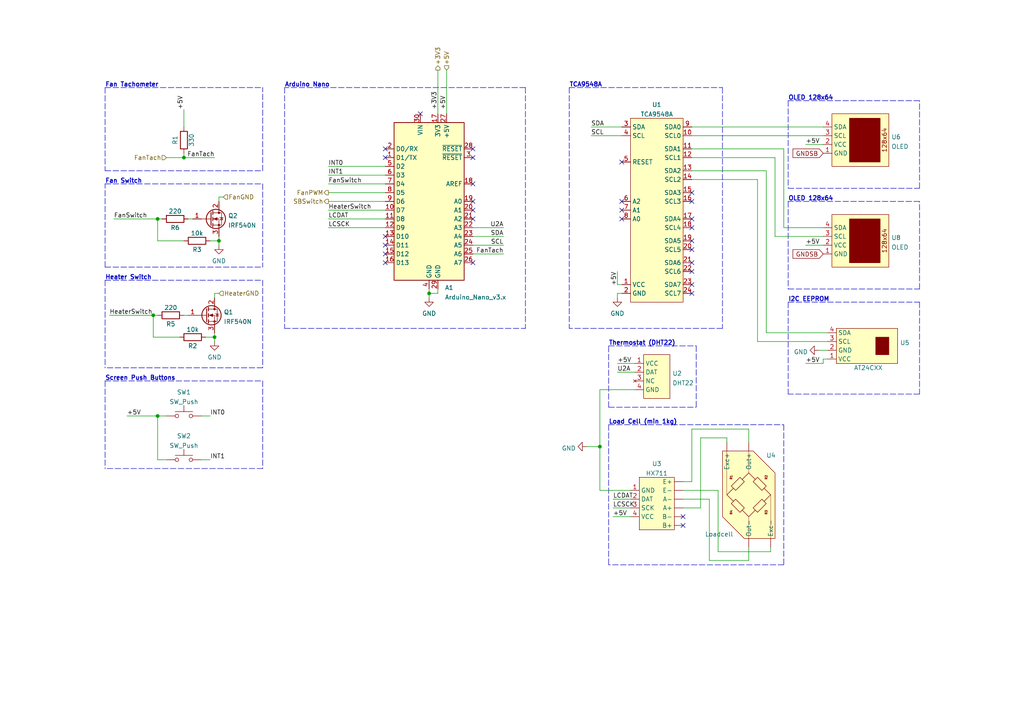
<source format=kicad_sch>
(kicad_sch (version 20210621) (generator eeschema)

  (uuid 8b776e85-d4ef-4b74-ac53-f61d8821867e)

  (paper "A4")

  (title_block
    (title "Filament Dryer Control Circuit & Sensors")
    (date "2022-06-20")
    (rev "1")
    (company "Fuziot Engineering")
  )

  (lib_symbols
    (symbol "Device:R" (pin_numbers hide) (pin_names (offset 0)) (in_bom yes) (on_board yes)
      (property "Reference" "R" (id 0) (at 2.032 0 90)
        (effects (font (size 1.27 1.27)))
      )
      (property "Value" "R" (id 1) (at 0 0 90)
        (effects (font (size 1.27 1.27)))
      )
      (property "Footprint" "" (id 2) (at -1.778 0 90)
        (effects (font (size 1.27 1.27)) hide)
      )
      (property "Datasheet" "~" (id 3) (at 0 0 0)
        (effects (font (size 1.27 1.27)) hide)
      )
      (property "ki_keywords" "R res resistor" (id 4) (at 0 0 0)
        (effects (font (size 1.27 1.27)) hide)
      )
      (property "ki_description" "Resistor" (id 5) (at 0 0 0)
        (effects (font (size 1.27 1.27)) hide)
      )
      (property "ki_fp_filters" "R_*" (id 6) (at 0 0 0)
        (effects (font (size 1.27 1.27)) hide)
      )
      (symbol "R_0_1"
        (rectangle (start -1.016 -2.54) (end 1.016 2.54)
          (stroke (width 0.254) (type default) (color 0 0 0 0))
          (fill (type none))
        )
      )
      (symbol "R_1_1"
        (pin passive line (at 0 3.81 270) (length 1.27)
          (name "~" (effects (font (size 1.27 1.27))))
          (number "1" (effects (font (size 1.27 1.27))))
        )
        (pin passive line (at 0 -3.81 90) (length 1.27)
          (name "~" (effects (font (size 1.27 1.27))))
          (number "2" (effects (font (size 1.27 1.27))))
        )
      )
    )
    (symbol "I2C:AT24CXX" (in_bom yes) (on_board yes)
      (property "Reference" "U" (id 0) (at 0 6.35 0)
        (effects (font (size 1.27 1.27)))
      )
      (property "Value" "AT24CXX" (id 1) (at 0 -6.35 0)
        (effects (font (size 1.27 1.27)))
      )
      (property "Footprint" "" (id 2) (at 0 0 0)
        (effects (font (size 1.27 1.27)) hide)
      )
      (property "Datasheet" "" (id 3) (at 0 0 0)
        (effects (font (size 1.27 1.27)) hide)
      )
      (symbol "AT24CXX_0_1"
        (rectangle (start -8.89 5.08) (end 8.89 -5.08)
          (stroke (width 0.1524) (type default) (color 0 0 0 0))
          (fill (type background))
        )
        (rectangle (start -6.35 2.54) (end -2.54 -2.54)
          (stroke (width 0.1524) (type default) (color 0 0 0 0))
          (fill (type outline))
        )
      )
      (symbol "AT24CXX_1_1"
        (pin power_in line (at 11.43 3.81 180) (length 2.54)
          (name "VCC" (effects (font (size 1.27 1.27))))
          (number "1" (effects (font (size 1.27 1.27))))
        )
        (pin power_in line (at 11.43 1.27 180) (length 2.54)
          (name "GND" (effects (font (size 1.27 1.27))))
          (number "2" (effects (font (size 1.27 1.27))))
        )
        (pin bidirectional line (at 11.43 -1.27 180) (length 2.54)
          (name "SCL" (effects (font (size 1.27 1.27))))
          (number "3" (effects (font (size 1.27 1.27))))
        )
        (pin bidirectional line (at 11.43 -3.81 180) (length 2.54)
          (name "SDA" (effects (font (size 1.27 1.27))))
          (number "4" (effects (font (size 1.27 1.27))))
        )
      )
    )
    (symbol "I2C:OLED" (in_bom yes) (on_board yes)
      (property "Reference" "U" (id 0) (at -6.35 -11.43 0)
        (effects (font (size 1.27 1.27)))
      )
      (property "Value" "OLED" (id 1) (at 5.08 -11.43 0)
        (effects (font (size 1.27 1.27)))
      )
      (property "Footprint" "" (id 2) (at 0 -1.27 0)
        (effects (font (size 1.27 1.27)) hide)
      )
      (property "Datasheet" "" (id 3) (at 0 -1.27 0)
        (effects (font (size 1.27 1.27)) hide)
      )
      (symbol "OLED_0_0"
        (text "128x64" (at 0 -8.89 0)
          (effects (font (size 1.27 1.27)))
        )
      )
      (symbol "OLED_0_1"
        (rectangle (start -7.62 6.35) (end 7.62 -10.16)
          (stroke (width 0.1524) (type default) (color 0 0 0 0))
          (fill (type background))
        )
        (rectangle (start -6.35 1.27) (end 6.35 -7.62)
          (stroke (width 0.1524) (type default) (color 0 0 0 0))
          (fill (type outline))
        )
      )
      (symbol "OLED_1_1"
        (pin power_in line (at -3.81 8.89 270) (length 2.54)
          (name "GND" (effects (font (size 1.27 1.27))))
          (number "1" (effects (font (size 1.27 1.27))))
        )
        (pin power_in line (at -1.27 8.89 270) (length 2.54)
          (name "VCC" (effects (font (size 1.27 1.27))))
          (number "2" (effects (font (size 1.27 1.27))))
        )
        (pin bidirectional line (at 1.27 8.89 270) (length 2.54)
          (name "SCL" (effects (font (size 1.27 1.27))))
          (number "3" (effects (font (size 1.27 1.27))))
        )
        (pin bidirectional line (at 3.81 8.89 270) (length 2.54)
          (name "SDA" (effects (font (size 1.27 1.27))))
          (number "4" (effects (font (size 1.27 1.27))))
        )
      )
    )
    (symbol "I2C:TCA9548A" (in_bom yes) (on_board yes)
      (property "Reference" "U" (id 0) (at 0 27.94 0)
        (effects (font (size 1.27 1.27)))
      )
      (property "Value" "TCA9548A" (id 1) (at 0 -27.94 0)
        (effects (font (size 1.27 1.27)))
      )
      (property "Footprint" "" (id 2) (at 0 1.27 0)
        (effects (font (size 1.27 1.27)) hide)
      )
      (property "Datasheet" "" (id 3) (at 0 1.27 0)
        (effects (font (size 1.27 1.27)) hide)
      )
      (symbol "TCA9548A_0_1"
        (rectangle (start -7.62 26.67) (end 7.62 -26.67)
          (stroke (width 0.1524) (type default) (color 0 0 0 0))
          (fill (type background))
        )
      )
      (symbol "TCA9548A_1_1"
        (pin power_in line (at -10.16 -21.59 0) (length 2.54)
          (name "VCC" (effects (font (size 1.27 1.27))))
          (number "1" (effects (font (size 1.27 1.27))))
        )
        (pin bidirectional line (at 10.16 21.59 180) (length 2.54)
          (name "SCL0" (effects (font (size 1.27 1.27))))
          (number "10" (effects (font (size 1.27 1.27))))
        )
        (pin bidirectional line (at 10.16 17.78 180) (length 2.54)
          (name "SDA1" (effects (font (size 1.27 1.27))))
          (number "11" (effects (font (size 1.27 1.27))))
        )
        (pin bidirectional line (at 10.16 15.24 180) (length 2.54)
          (name "SCL1" (effects (font (size 1.27 1.27))))
          (number "12" (effects (font (size 1.27 1.27))))
        )
        (pin bidirectional line (at 10.16 11.43 180) (length 2.54)
          (name "SDA2" (effects (font (size 1.27 1.27))))
          (number "13" (effects (font (size 1.27 1.27))))
        )
        (pin bidirectional line (at 10.16 8.89 180) (length 2.54)
          (name "SCL2" (effects (font (size 1.27 1.27))))
          (number "14" (effects (font (size 1.27 1.27))))
        )
        (pin bidirectional line (at 10.16 5.08 180) (length 2.54)
          (name "SDA3" (effects (font (size 1.27 1.27))))
          (number "15" (effects (font (size 1.27 1.27))))
        )
        (pin bidirectional line (at 10.16 2.54 180) (length 2.54)
          (name "SCL3" (effects (font (size 1.27 1.27))))
          (number "16" (effects (font (size 1.27 1.27))))
        )
        (pin bidirectional line (at 10.16 -2.54 180) (length 2.54)
          (name "SDA4" (effects (font (size 1.27 1.27))))
          (number "17" (effects (font (size 1.27 1.27))))
        )
        (pin bidirectional line (at 10.16 -5.08 180) (length 2.54)
          (name "SCL4" (effects (font (size 1.27 1.27))))
          (number "18" (effects (font (size 1.27 1.27))))
        )
        (pin bidirectional line (at 10.16 -8.89 180) (length 2.54)
          (name "SDA5" (effects (font (size 1.27 1.27))))
          (number "19" (effects (font (size 1.27 1.27))))
        )
        (pin power_in line (at -10.16 -24.13 0) (length 2.54)
          (name "GND" (effects (font (size 1.27 1.27))))
          (number "2" (effects (font (size 1.27 1.27))))
        )
        (pin bidirectional line (at 10.16 -11.43 180) (length 2.54)
          (name "SCL5" (effects (font (size 1.27 1.27))))
          (number "20" (effects (font (size 1.27 1.27))))
        )
        (pin bidirectional line (at 10.16 -15.24 180) (length 2.54)
          (name "SDA6" (effects (font (size 1.27 1.27))))
          (number "21" (effects (font (size 1.27 1.27))))
        )
        (pin bidirectional line (at 10.16 -17.78 180) (length 2.54)
          (name "SCL6" (effects (font (size 1.27 1.27))))
          (number "22" (effects (font (size 1.27 1.27))))
        )
        (pin bidirectional line (at 10.16 -21.59 180) (length 2.54)
          (name "SDA7" (effects (font (size 1.27 1.27))))
          (number "23" (effects (font (size 1.27 1.27))))
        )
        (pin bidirectional line (at 10.16 -24.13 180) (length 2.54)
          (name "SCL7" (effects (font (size 1.27 1.27))))
          (number "24" (effects (font (size 1.27 1.27))))
        )
        (pin bidirectional line (at -10.16 24.13 0) (length 2.54)
          (name "SDA" (effects (font (size 1.27 1.27))))
          (number "3" (effects (font (size 1.27 1.27))))
        )
        (pin bidirectional line (at -10.16 21.59 0) (length 2.54)
          (name "SCL" (effects (font (size 1.27 1.27))))
          (number "4" (effects (font (size 1.27 1.27))))
        )
        (pin unspecified line (at -10.16 13.97 0) (length 2.54)
          (name "RESET" (effects (font (size 1.27 1.27))))
          (number "5" (effects (font (size 1.27 1.27))))
        )
        (pin input line (at -10.16 2.54 0) (length 2.54)
          (name "A2" (effects (font (size 1.27 1.27))))
          (number "6" (effects (font (size 1.27 1.27))))
        )
        (pin input line (at -10.16 0 0) (length 2.54)
          (name "A1" (effects (font (size 1.27 1.27))))
          (number "7" (effects (font (size 1.27 1.27))))
        )
        (pin input line (at -10.16 -2.54 0) (length 2.54)
          (name "A0" (effects (font (size 1.27 1.27))))
          (number "8" (effects (font (size 1.27 1.27))))
        )
        (pin bidirectional line (at 10.16 24.13 180) (length 2.54)
          (name "SDA0" (effects (font (size 1.27 1.27))))
          (number "9" (effects (font (size 1.27 1.27))))
        )
      )
    )
    (symbol "LoadCell:HX711" (in_bom yes) (on_board yes)
      (property "Reference" "U" (id 0) (at 0 8.89 0)
        (effects (font (size 1.27 1.27)))
      )
      (property "Value" "HX711" (id 1) (at 0 -8.89 0)
        (effects (font (size 1.27 1.27)))
      )
      (property "Footprint" "" (id 2) (at 0 0 0)
        (effects (font (size 1.27 1.27)) hide)
      )
      (property "Datasheet" "" (id 3) (at 0 0 0)
        (effects (font (size 1.27 1.27)) hide)
      )
      (symbol "HX711_0_0"
        (rectangle (start -5.08 7.62) (end 5.08 -7.62)
          (stroke (width 0.1524) (type default) (color 0 0 0 0))
          (fill (type background))
        )
      )
      (symbol "HX711_1_1"
        (pin input line (at -7.62 -1.27 0) (length 2.54)
          (name "A+" (effects (font (size 1.27 1.27))))
          (number "" (effects (font (size 1.27 1.27))))
        )
        (pin input line (at -7.62 1.27 0) (length 2.54)
          (name "A-" (effects (font (size 1.27 1.27))))
          (number "" (effects (font (size 1.27 1.27))))
        )
        (pin input line (at -7.62 -6.35 0) (length 2.54)
          (name "B+" (effects (font (size 1.27 1.27))))
          (number "" (effects (font (size 1.27 1.27))))
        )
        (pin input line (at -7.62 -3.81 0) (length 2.54)
          (name "B-" (effects (font (size 1.27 1.27))))
          (number "" (effects (font (size 1.27 1.27))))
        )
        (pin input line (at -7.62 6.35 0) (length 2.54)
          (name "E+" (effects (font (size 1.27 1.27))))
          (number "" (effects (font (size 1.27 1.27))))
        )
        (pin input line (at -7.62 3.81 0) (length 2.54)
          (name "E-" (effects (font (size 1.27 1.27))))
          (number "" (effects (font (size 1.27 1.27))))
        )
        (pin power_in line (at 7.62 3.81 180) (length 2.54)
          (name "GND" (effects (font (size 1.27 1.27))))
          (number "1" (effects (font (size 1.27 1.27))))
        )
        (pin output line (at 7.62 1.27 180) (length 2.54)
          (name "DAT" (effects (font (size 1.27 1.27))))
          (number "2" (effects (font (size 1.27 1.27))))
        )
        (pin output line (at 7.62 -1.27 180) (length 2.54)
          (name "SCK" (effects (font (size 1.27 1.27))))
          (number "3" (effects (font (size 1.27 1.27))))
        )
        (pin power_in line (at 7.62 -3.81 180) (length 2.54)
          (name "VCC" (effects (font (size 1.27 1.27))))
          (number "4" (effects (font (size 1.27 1.27))))
        )
      )
    )
    (symbol "LoadCell:Loadcell" (in_bom yes) (on_board yes)
      (property "Reference" "U" (id 0) (at 0 8.89 0)
        (effects (font (size 1.27 1.27)))
      )
      (property "Value" "Loadcell" (id 1) (at 0 -8.89 0)
        (effects (font (size 1.27 1.27)))
      )
      (property "Footprint" "" (id 2) (at 0 0 0)
        (effects (font (size 1.27 1.27)) hide)
      )
      (property "Datasheet" "" (id 3) (at 0 0 0)
        (effects (font (size 1.27 1.27)) hide)
      )
      (symbol "Loadcell_0_0"
        (polyline
          (pts
            (xy -6.35 0)
            (xy -12.7 0)
          )
          (stroke (width 0.05) (type default) (color 0 0 0 0))
          (fill (type none))
        )
        (polyline
          (pts
            (xy 0 -6.35)
            (xy -12.7 -6.35)
          )
          (stroke (width 0.05) (type default) (color 0 0 0 0))
          (fill (type none))
        )
        (polyline
          (pts
            (xy 12.7 0)
            (xy 6.35 0)
          )
          (stroke (width 0.05) (type default) (color 0 0 0 0))
          (fill (type none))
        )
        (polyline
          (pts
            (xy 12.7 6.35)
            (xy 0 6.35)
          )
          (stroke (width 0.05) (type default) (color 0 0 0 0))
          (fill (type none))
        )
        (polyline
          (pts
            (xy 12.7 7.62)
            (xy 12.7 -1.27)
            (xy 6.35 -7.62)
            (xy -12.7 -7.62)
            (xy -12.7 1.27)
            (xy -6.35 7.62)
            (xy 12.7 7.62)
          )
          (stroke (width 0.1524) (type default) (color 0 0 0 0))
          (fill (type background))
        )
        (text "R1" (at 5.08 5.08 0)
          (effects (font (size 0.635 0.635)))
        )
        (text "R2" (at 5.08 -5.08 0)
          (effects (font (size 0.635 0.635)))
        )
        (text "R3" (at -5.08 -5.08 0)
          (effects (font (size 0.635 0.635)))
        )
        (text "R4" (at -5.08 5.08 0)
          (effects (font (size 0.635 0.635)))
        )
      )
      (symbol "Loadcell_0_1"
        (polyline
          (pts
            (xy -4.445 -1.905)
            (xy -6.35 0)
            (xy -4.445 1.905)
          )
          (stroke (width 0.1524) (type default) (color 0 0 0 0))
          (fill (type none))
        )
        (polyline
          (pts
            (xy -1.905 4.445)
            (xy 0 6.35)
            (xy 1.905 4.445)
          )
          (stroke (width 0.1524) (type default) (color 0 0 0 0))
          (fill (type none))
        )
        (polyline
          (pts
            (xy 1.905 -4.445)
            (xy 0 -6.35)
            (xy -1.905 -4.445)
          )
          (stroke (width 0.1524) (type default) (color 0 0 0 0))
          (fill (type none))
        )
        (polyline
          (pts
            (xy 4.445 1.905)
            (xy 6.35 0)
            (xy 4.445 -1.905)
          )
          (stroke (width 0.1524) (type default) (color 0 0 0 0))
          (fill (type none))
        )
        (polyline
          (pts
            (xy -5.08 2.54)
            (xy -3.81 1.27)
            (xy -1.27 3.81)
            (xy -2.54 5.08)
            (xy -5.08 2.54)
          )
          (stroke (width 0.1524) (type default) (color 0 0 0 0))
          (fill (type background))
        )
        (polyline
          (pts
            (xy -2.54 -5.08)
            (xy -1.27 -3.81)
            (xy -3.81 -1.27)
            (xy -5.08 -2.54)
            (xy -2.54 -5.08)
          )
          (stroke (width 0.1524) (type default) (color 0 0 0 0))
          (fill (type background))
        )
        (polyline
          (pts
            (xy 2.54 5.08)
            (xy 1.27 3.81)
            (xy 3.81 1.27)
            (xy 5.08 2.54)
            (xy 2.54 5.08)
          )
          (stroke (width 0.1524) (type default) (color 0 0 0 0))
          (fill (type background))
        )
        (polyline
          (pts
            (xy 5.08 -2.54)
            (xy 3.81 -1.27)
            (xy 1.27 -3.81)
            (xy 2.54 -5.08)
            (xy 5.08 -2.54)
          )
          (stroke (width 0.1524) (type default) (color 0 0 0 0))
          (fill (type background))
        )
      )
      (symbol "Loadcell_1_1"
        (pin bidirectional line (at 15.24 6.35 180) (length 2.54)
          (name "Exc+" (effects (font (size 1.27 1.27))))
          (number "" (effects (font (size 1.27 1.27))))
        )
        (pin bidirectional line (at -15.24 -6.35 0) (length 2.54)
          (name "Exc-" (effects (font (size 1.27 1.27))))
          (number "" (effects (font (size 1.27 1.27))))
        )
        (pin bidirectional line (at 15.24 0 180) (length 2.54)
          (name "Out+" (effects (font (size 1.27 1.27))))
          (number "" (effects (font (size 1.27 1.27))))
        )
        (pin bidirectional line (at -15.24 0 0) (length 2.54)
          (name "Out-" (effects (font (size 1.27 1.27))))
          (number "" (effects (font (size 1.27 1.27))))
        )
      )
    )
    (symbol "MCU_Module:Arduino_Nano_v3.x" (in_bom yes) (on_board yes)
      (property "Reference" "A" (id 0) (at -10.16 23.495 0)
        (effects (font (size 1.27 1.27)) (justify left bottom))
      )
      (property "Value" "Arduino_Nano_v3.x" (id 1) (at 5.08 -24.13 0)
        (effects (font (size 1.27 1.27)) (justify left top))
      )
      (property "Footprint" "Module:Arduino_Nano" (id 2) (at 0 0 0)
        (effects (font (size 1.27 1.27) italic) hide)
      )
      (property "Datasheet" "http://www.mouser.com/pdfdocs/Gravitech_Arduino_Nano3_0.pdf" (id 3) (at 0 0 0)
        (effects (font (size 1.27 1.27)) hide)
      )
      (property "ki_keywords" "Arduino nano microcontroller module USB" (id 4) (at 0 0 0)
        (effects (font (size 1.27 1.27)) hide)
      )
      (property "ki_description" "Arduino Nano v3.x" (id 5) (at 0 0 0)
        (effects (font (size 1.27 1.27)) hide)
      )
      (property "ki_fp_filters" "Arduino*Nano*" (id 6) (at 0 0 0)
        (effects (font (size 1.27 1.27)) hide)
      )
      (symbol "Arduino_Nano_v3.x_0_1"
        (rectangle (start -10.16 22.86) (end 10.16 -22.86)
          (stroke (width 0.254) (type default) (color 0 0 0 0))
          (fill (type background))
        )
      )
      (symbol "Arduino_Nano_v3.x_1_1"
        (pin bidirectional line (at -12.7 12.7 0) (length 2.54)
          (name "D1/TX" (effects (font (size 1.27 1.27))))
          (number "1" (effects (font (size 1.27 1.27))))
        )
        (pin bidirectional line (at -12.7 -2.54 0) (length 2.54)
          (name "D7" (effects (font (size 1.27 1.27))))
          (number "10" (effects (font (size 1.27 1.27))))
        )
        (pin bidirectional line (at -12.7 -5.08 0) (length 2.54)
          (name "D8" (effects (font (size 1.27 1.27))))
          (number "11" (effects (font (size 1.27 1.27))))
        )
        (pin bidirectional line (at -12.7 -7.62 0) (length 2.54)
          (name "D9" (effects (font (size 1.27 1.27))))
          (number "12" (effects (font (size 1.27 1.27))))
        )
        (pin bidirectional line (at -12.7 -10.16 0) (length 2.54)
          (name "D10" (effects (font (size 1.27 1.27))))
          (number "13" (effects (font (size 1.27 1.27))))
        )
        (pin bidirectional line (at -12.7 -12.7 0) (length 2.54)
          (name "D11" (effects (font (size 1.27 1.27))))
          (number "14" (effects (font (size 1.27 1.27))))
        )
        (pin bidirectional line (at -12.7 -15.24 0) (length 2.54)
          (name "D12" (effects (font (size 1.27 1.27))))
          (number "15" (effects (font (size 1.27 1.27))))
        )
        (pin bidirectional line (at -12.7 -17.78 0) (length 2.54)
          (name "D13" (effects (font (size 1.27 1.27))))
          (number "16" (effects (font (size 1.27 1.27))))
        )
        (pin power_out line (at 2.54 25.4 270) (length 2.54)
          (name "3V3" (effects (font (size 1.27 1.27))))
          (number "17" (effects (font (size 1.27 1.27))))
        )
        (pin input line (at 12.7 5.08 180) (length 2.54)
          (name "AREF" (effects (font (size 1.27 1.27))))
          (number "18" (effects (font (size 1.27 1.27))))
        )
        (pin bidirectional line (at 12.7 0 180) (length 2.54)
          (name "A0" (effects (font (size 1.27 1.27))))
          (number "19" (effects (font (size 1.27 1.27))))
        )
        (pin bidirectional line (at -12.7 15.24 0) (length 2.54)
          (name "D0/RX" (effects (font (size 1.27 1.27))))
          (number "2" (effects (font (size 1.27 1.27))))
        )
        (pin bidirectional line (at 12.7 -2.54 180) (length 2.54)
          (name "A1" (effects (font (size 1.27 1.27))))
          (number "20" (effects (font (size 1.27 1.27))))
        )
        (pin bidirectional line (at 12.7 -5.08 180) (length 2.54)
          (name "A2" (effects (font (size 1.27 1.27))))
          (number "21" (effects (font (size 1.27 1.27))))
        )
        (pin bidirectional line (at 12.7 -7.62 180) (length 2.54)
          (name "A3" (effects (font (size 1.27 1.27))))
          (number "22" (effects (font (size 1.27 1.27))))
        )
        (pin bidirectional line (at 12.7 -10.16 180) (length 2.54)
          (name "A4" (effects (font (size 1.27 1.27))))
          (number "23" (effects (font (size 1.27 1.27))))
        )
        (pin bidirectional line (at 12.7 -12.7 180) (length 2.54)
          (name "A5" (effects (font (size 1.27 1.27))))
          (number "24" (effects (font (size 1.27 1.27))))
        )
        (pin bidirectional line (at 12.7 -15.24 180) (length 2.54)
          (name "A6" (effects (font (size 1.27 1.27))))
          (number "25" (effects (font (size 1.27 1.27))))
        )
        (pin bidirectional line (at 12.7 -17.78 180) (length 2.54)
          (name "A7" (effects (font (size 1.27 1.27))))
          (number "26" (effects (font (size 1.27 1.27))))
        )
        (pin power_out line (at 5.08 25.4 270) (length 2.54)
          (name "+5V" (effects (font (size 1.27 1.27))))
          (number "27" (effects (font (size 1.27 1.27))))
        )
        (pin input line (at 12.7 15.24 180) (length 2.54)
          (name "~{RESET}" (effects (font (size 1.27 1.27))))
          (number "28" (effects (font (size 1.27 1.27))))
        )
        (pin power_in line (at 2.54 -25.4 90) (length 2.54)
          (name "GND" (effects (font (size 1.27 1.27))))
          (number "29" (effects (font (size 1.27 1.27))))
        )
        (pin input line (at 12.7 12.7 180) (length 2.54)
          (name "~{RESET}" (effects (font (size 1.27 1.27))))
          (number "3" (effects (font (size 1.27 1.27))))
        )
        (pin power_in line (at -2.54 25.4 270) (length 2.54)
          (name "VIN" (effects (font (size 1.27 1.27))))
          (number "30" (effects (font (size 1.27 1.27))))
        )
        (pin power_in line (at 0 -25.4 90) (length 2.54)
          (name "GND" (effects (font (size 1.27 1.27))))
          (number "4" (effects (font (size 1.27 1.27))))
        )
        (pin bidirectional line (at -12.7 10.16 0) (length 2.54)
          (name "D2" (effects (font (size 1.27 1.27))))
          (number "5" (effects (font (size 1.27 1.27))))
        )
        (pin bidirectional line (at -12.7 7.62 0) (length 2.54)
          (name "D3" (effects (font (size 1.27 1.27))))
          (number "6" (effects (font (size 1.27 1.27))))
        )
        (pin bidirectional line (at -12.7 5.08 0) (length 2.54)
          (name "D4" (effects (font (size 1.27 1.27))))
          (number "7" (effects (font (size 1.27 1.27))))
        )
        (pin bidirectional line (at -12.7 2.54 0) (length 2.54)
          (name "D5" (effects (font (size 1.27 1.27))))
          (number "8" (effects (font (size 1.27 1.27))))
        )
        (pin bidirectional line (at -12.7 0 0) (length 2.54)
          (name "D6" (effects (font (size 1.27 1.27))))
          (number "9" (effects (font (size 1.27 1.27))))
        )
      )
    )
    (symbol "Sensors:DHT22" (in_bom yes) (on_board yes)
      (property "Reference" "U" (id 0) (at 0 7.62 0)
        (effects (font (size 1.27 1.27)))
      )
      (property "Value" "DHT22" (id 1) (at 0 -7.62 0)
        (effects (font (size 1.27 1.27)))
      )
      (property "Footprint" "" (id 2) (at -1.27 0 0)
        (effects (font (size 1.27 1.27)) hide)
      )
      (property "Datasheet" "" (id 3) (at -1.27 0 0)
        (effects (font (size 1.27 1.27)) hide)
      )
      (symbol "DHT22_0_1"
        (rectangle (start -3.81 6.35) (end 3.81 -6.35)
          (stroke (width 0.1524) (type default) (color 0 0 0 0))
          (fill (type background))
        )
      )
      (symbol "DHT22_1_1"
        (pin power_in line (at 6.35 -3.81 180) (length 2.54)
          (name "VCC" (effects (font (size 1.27 1.27))))
          (number "1" (effects (font (size 1.27 1.27))))
        )
        (pin output line (at 6.35 -1.27 180) (length 2.54)
          (name "DAT" (effects (font (size 1.27 1.27))))
          (number "2" (effects (font (size 1.27 1.27))))
        )
        (pin no_connect line (at 6.35 1.27 180) (length 2.54)
          (name "NC" (effects (font (size 1.27 1.27))))
          (number "3" (effects (font (size 1.27 1.27))))
        )
        (pin power_out line (at 6.35 3.81 180) (length 2.54)
          (name "GND" (effects (font (size 1.27 1.27))))
          (number "4" (effects (font (size 1.27 1.27))))
        )
      )
    )
    (symbol "Switch:SW_Push" (pin_numbers hide) (pin_names (offset 1.016) hide) (in_bom yes) (on_board yes)
      (property "Reference" "SW" (id 0) (at 1.27 2.54 0)
        (effects (font (size 1.27 1.27)) (justify left))
      )
      (property "Value" "SW_Push" (id 1) (at 0 -1.524 0)
        (effects (font (size 1.27 1.27)))
      )
      (property "Footprint" "" (id 2) (at 0 5.08 0)
        (effects (font (size 1.27 1.27)) hide)
      )
      (property "Datasheet" "~" (id 3) (at 0 5.08 0)
        (effects (font (size 1.27 1.27)) hide)
      )
      (property "ki_keywords" "switch normally-open pushbutton push-button" (id 4) (at 0 0 0)
        (effects (font (size 1.27 1.27)) hide)
      )
      (property "ki_description" "Push button switch, generic, two pins" (id 5) (at 0 0 0)
        (effects (font (size 1.27 1.27)) hide)
      )
      (symbol "SW_Push_0_1"
        (circle (center -2.032 0) (radius 0.508)
          (stroke (width 0) (type default) (color 0 0 0 0))
          (fill (type none))
        )
        (polyline
          (pts
            (xy 0 1.27)
            (xy 0 3.048)
          )
          (stroke (width 0) (type default) (color 0 0 0 0))
          (fill (type none))
        )
        (polyline
          (pts
            (xy 2.54 1.27)
            (xy -2.54 1.27)
          )
          (stroke (width 0) (type default) (color 0 0 0 0))
          (fill (type none))
        )
        (circle (center 2.032 0) (radius 0.508)
          (stroke (width 0) (type default) (color 0 0 0 0))
          (fill (type none))
        )
        (pin passive line (at -5.08 0 0) (length 2.54)
          (name "1" (effects (font (size 1.27 1.27))))
          (number "1" (effects (font (size 1.27 1.27))))
        )
        (pin passive line (at 5.08 0 180) (length 2.54)
          (name "2" (effects (font (size 1.27 1.27))))
          (number "2" (effects (font (size 1.27 1.27))))
        )
      )
    )
    (symbol "Transistor_FET:IRF540N" (pin_names hide) (in_bom yes) (on_board yes)
      (property "Reference" "Q" (id 0) (at 6.35 1.905 0)
        (effects (font (size 1.27 1.27)) (justify left))
      )
      (property "Value" "IRF540N" (id 1) (at 6.35 0 0)
        (effects (font (size 1.27 1.27)) (justify left))
      )
      (property "Footprint" "Package_TO_SOT_THT:TO-220-3_Vertical" (id 2) (at 6.35 -1.905 0)
        (effects (font (size 1.27 1.27) italic) (justify left) hide)
      )
      (property "Datasheet" "http://www.irf.com/product-info/datasheets/data/irf540n.pdf" (id 3) (at 0 0 0)
        (effects (font (size 1.27 1.27)) (justify left) hide)
      )
      (property "ki_keywords" "HEXFET N-Channel MOSFET" (id 4) (at 0 0 0)
        (effects (font (size 1.27 1.27)) hide)
      )
      (property "ki_description" "33A Id, 100V Vds, HEXFET N-Channel MOSFET, TO-220" (id 5) (at 0 0 0)
        (effects (font (size 1.27 1.27)) hide)
      )
      (property "ki_fp_filters" "TO?220*" (id 6) (at 0 0 0)
        (effects (font (size 1.27 1.27)) hide)
      )
      (symbol "IRF540N_0_1"
        (polyline
          (pts
            (xy 0.254 0)
            (xy -2.54 0)
          )
          (stroke (width 0) (type default) (color 0 0 0 0))
          (fill (type none))
        )
        (polyline
          (pts
            (xy 0.254 1.905)
            (xy 0.254 -1.905)
          )
          (stroke (width 0.254) (type default) (color 0 0 0 0))
          (fill (type none))
        )
        (polyline
          (pts
            (xy 0.762 -1.27)
            (xy 0.762 -2.286)
          )
          (stroke (width 0.254) (type default) (color 0 0 0 0))
          (fill (type none))
        )
        (polyline
          (pts
            (xy 0.762 0.508)
            (xy 0.762 -0.508)
          )
          (stroke (width 0.254) (type default) (color 0 0 0 0))
          (fill (type none))
        )
        (polyline
          (pts
            (xy 0.762 2.286)
            (xy 0.762 1.27)
          )
          (stroke (width 0.254) (type default) (color 0 0 0 0))
          (fill (type none))
        )
        (polyline
          (pts
            (xy 2.54 2.54)
            (xy 2.54 1.778)
          )
          (stroke (width 0) (type default) (color 0 0 0 0))
          (fill (type none))
        )
        (polyline
          (pts
            (xy 2.54 -2.54)
            (xy 2.54 0)
            (xy 0.762 0)
          )
          (stroke (width 0) (type default) (color 0 0 0 0))
          (fill (type none))
        )
        (polyline
          (pts
            (xy 0.762 -1.778)
            (xy 3.302 -1.778)
            (xy 3.302 1.778)
            (xy 0.762 1.778)
          )
          (stroke (width 0) (type default) (color 0 0 0 0))
          (fill (type none))
        )
        (polyline
          (pts
            (xy 1.016 0)
            (xy 2.032 0.381)
            (xy 2.032 -0.381)
            (xy 1.016 0)
          )
          (stroke (width 0) (type default) (color 0 0 0 0))
          (fill (type outline))
        )
        (polyline
          (pts
            (xy 2.794 0.508)
            (xy 2.921 0.381)
            (xy 3.683 0.381)
            (xy 3.81 0.254)
          )
          (stroke (width 0) (type default) (color 0 0 0 0))
          (fill (type none))
        )
        (polyline
          (pts
            (xy 3.302 0.381)
            (xy 2.921 -0.254)
            (xy 3.683 -0.254)
            (xy 3.302 0.381)
          )
          (stroke (width 0) (type default) (color 0 0 0 0))
          (fill (type none))
        )
        (circle (center 1.651 0) (radius 2.794)
          (stroke (width 0.254) (type default) (color 0 0 0 0))
          (fill (type none))
        )
        (circle (center 2.54 -1.778) (radius 0.254)
          (stroke (width 0) (type default) (color 0 0 0 0))
          (fill (type outline))
        )
        (circle (center 2.54 1.778) (radius 0.254)
          (stroke (width 0) (type default) (color 0 0 0 0))
          (fill (type outline))
        )
      )
      (symbol "IRF540N_1_1"
        (pin input line (at -5.08 0 0) (length 2.54)
          (name "G" (effects (font (size 1.27 1.27))))
          (number "1" (effects (font (size 1.27 1.27))))
        )
        (pin passive line (at 2.54 5.08 270) (length 2.54)
          (name "D" (effects (font (size 1.27 1.27))))
          (number "2" (effects (font (size 1.27 1.27))))
        )
        (pin passive line (at 2.54 -5.08 90) (length 2.54)
          (name "S" (effects (font (size 1.27 1.27))))
          (number "3" (effects (font (size 1.27 1.27))))
        )
      )
    )
    (symbol "power:GND" (power) (pin_names (offset 0)) (in_bom yes) (on_board yes)
      (property "Reference" "#PWR" (id 0) (at 0 -6.35 0)
        (effects (font (size 1.27 1.27)) hide)
      )
      (property "Value" "GND" (id 1) (at 0 -3.81 0)
        (effects (font (size 1.27 1.27)))
      )
      (property "Footprint" "" (id 2) (at 0 0 0)
        (effects (font (size 1.27 1.27)) hide)
      )
      (property "Datasheet" "" (id 3) (at 0 0 0)
        (effects (font (size 1.27 1.27)) hide)
      )
      (property "ki_keywords" "power-flag" (id 4) (at 0 0 0)
        (effects (font (size 1.27 1.27)) hide)
      )
      (property "ki_description" "Power symbol creates a global label with name \"GND\" , ground" (id 5) (at 0 0 0)
        (effects (font (size 1.27 1.27)) hide)
      )
      (symbol "GND_0_1"
        (polyline
          (pts
            (xy 0 0)
            (xy 0 -1.27)
            (xy 1.27 -1.27)
            (xy 0 -2.54)
            (xy -1.27 -1.27)
            (xy 0 -1.27)
          )
          (stroke (width 0) (type default) (color 0 0 0 0))
          (fill (type none))
        )
      )
      (symbol "GND_1_1"
        (pin power_in line (at 0 0 270) (length 0) hide
          (name "GND" (effects (font (size 1.27 1.27))))
          (number "1" (effects (font (size 1.27 1.27))))
        )
      )
    )
  )

  (junction (at 44.45 91.44) (diameter 0) (color 0 0 0 0))
  (junction (at 62.23 97.79) (diameter 0) (color 0 0 0 0))
  (junction (at 124.46 85.09) (diameter 0) (color 0 0 0 0))
  (junction (at 173.99 129.54) (diameter 0) (color 0 0 0 0))
  (junction (at 63.5 69.85) (diameter 0) (color 0 0 0 0))
  (junction (at 45.72 63.5) (diameter 0) (color 0 0 0 0))
  (junction (at 53.34 45.72) (diameter 0) (color 0 0 0 0))
  (junction (at 45.72 120.65) (diameter 0) (color 0 0 0 0))

  (no_connect (at 198.12 152.4) (uuid 4553cd08-dbf2-4891-aeb4-a1999a7fd673))
  (no_connect (at 198.12 149.86) (uuid 4553cd08-dbf2-4891-aeb4-a1999a7fd673))
  (no_connect (at 137.16 58.42) (uuid 785c771d-d143-4fda-acc0-a1cf3ad76c30))
  (no_connect (at 137.16 60.96) (uuid 8998682b-4fa8-449d-8e21-98f97182bcc7))
  (no_connect (at 111.76 68.58) (uuid 9d551458-0bad-41c9-ad5a-2374ebfcc1fe))
  (no_connect (at 111.76 76.2) (uuid 9fc57ac0-270f-45fa-8dfb-ceb3a2262265))
  (no_connect (at 111.76 71.12) (uuid 9fc57ac0-270f-45fa-8dfb-ceb3a2262265))
  (no_connect (at 111.76 73.66) (uuid 9fc57ac0-270f-45fa-8dfb-ceb3a2262265))
  (no_connect (at 137.16 63.5) (uuid b6881117-3efd-48cb-bab3-66320f78d5da))
  (no_connect (at 121.92 33.02) (uuid be7db265-bb4d-4081-9dbd-9d80f2398531))
  (no_connect (at 111.76 45.72) (uuid e627d8ae-3598-430e-9b1f-2d8f728f0ec1))
  (no_connect (at 111.76 43.18) (uuid e627d8ae-3598-430e-9b1f-2d8f728f0ec1))
  (no_connect (at 200.66 66.04) (uuid e627d8ae-3598-430e-9b1f-2d8f728f0ec1))
  (no_connect (at 200.66 55.88) (uuid e627d8ae-3598-430e-9b1f-2d8f728f0ec1))
  (no_connect (at 180.34 46.99) (uuid e627d8ae-3598-430e-9b1f-2d8f728f0ec1))
  (no_connect (at 180.34 58.42) (uuid e627d8ae-3598-430e-9b1f-2d8f728f0ec1))
  (no_connect (at 180.34 63.5) (uuid e627d8ae-3598-430e-9b1f-2d8f728f0ec1))
  (no_connect (at 180.34 60.96) (uuid e627d8ae-3598-430e-9b1f-2d8f728f0ec1))
  (no_connect (at 200.66 72.39) (uuid e627d8ae-3598-430e-9b1f-2d8f728f0ec1))
  (no_connect (at 200.66 69.85) (uuid e627d8ae-3598-430e-9b1f-2d8f728f0ec1))
  (no_connect (at 200.66 85.09) (uuid e627d8ae-3598-430e-9b1f-2d8f728f0ec1))
  (no_connect (at 200.66 63.5) (uuid e627d8ae-3598-430e-9b1f-2d8f728f0ec1))
  (no_connect (at 200.66 58.42) (uuid e627d8ae-3598-430e-9b1f-2d8f728f0ec1))
  (no_connect (at 200.66 82.55) (uuid e627d8ae-3598-430e-9b1f-2d8f728f0ec1))
  (no_connect (at 200.66 78.74) (uuid e627d8ae-3598-430e-9b1f-2d8f728f0ec1))
  (no_connect (at 200.66 76.2) (uuid e627d8ae-3598-430e-9b1f-2d8f728f0ec1))
  (no_connect (at 137.16 43.18) (uuid e627d8ae-3598-430e-9b1f-2d8f728f0ec1))
  (no_connect (at 137.16 45.72) (uuid e627d8ae-3598-430e-9b1f-2d8f728f0ec1))
  (no_connect (at 137.16 53.34) (uuid e627d8ae-3598-430e-9b1f-2d8f728f0ec1))
  (no_connect (at 137.16 76.2) (uuid f96938da-8f0e-40e3-b1d1-844a811d74ff))

  (wire (pts (xy 137.16 68.58) (xy 146.05 68.58))
    (stroke (width 0) (type default) (color 0 0 0 0))
    (uuid 03256029-e5d4-4f84-9ed3-7cbdbc63b456)
  )
  (wire (pts (xy 217.17 158.75) (xy 217.17 162.56))
    (stroke (width 0) (type default) (color 0 0 0 0))
    (uuid 03aef3ba-fd1e-48b6-8c8b-ed0c314f9342)
  )
  (polyline (pts (xy 228.6 83.82) (xy 266.7 83.82))
    (stroke (width 0) (type default) (color 0 0 0 0))
    (uuid 0531624b-3036-42f9-bb02-78c16faf793c)
  )

  (wire (pts (xy 179.07 107.95) (xy 184.15 107.95))
    (stroke (width 0) (type default) (color 0 0 0 0))
    (uuid 0bafd867-27b0-4601-ba2f-caacf6e697fc)
  )
  (wire (pts (xy 124.46 85.09) (xy 127 85.09))
    (stroke (width 0) (type default) (color 0 0 0 0))
    (uuid 0e63244b-738c-45c8-abf2-333d4cfcc6a6)
  )
  (wire (pts (xy 219.71 52.07) (xy 219.71 99.06))
    (stroke (width 0) (type default) (color 0 0 0 0))
    (uuid 130068b8-3f55-4d4b-b1c9-96481e10f8be)
  )
  (wire (pts (xy 219.71 99.06) (xy 240.03 99.06))
    (stroke (width 0) (type default) (color 0 0 0 0))
    (uuid 130068b8-3f55-4d4b-b1c9-96481e10f8be)
  )
  (wire (pts (xy 95.25 55.88) (xy 111.76 55.88))
    (stroke (width 0) (type default) (color 0 0 0 0))
    (uuid 1a8341fd-599f-484d-8351-2b7d233faab7)
  )
  (wire (pts (xy 45.72 120.65) (xy 48.26 120.65))
    (stroke (width 0) (type default) (color 0 0 0 0))
    (uuid 1c7f92a7-edf9-4d79-91e4-ff1472d2cba5)
  )
  (wire (pts (xy 36.83 120.65) (xy 45.72 120.65))
    (stroke (width 0) (type default) (color 0 0 0 0))
    (uuid 1c7f92a7-edf9-4d79-91e4-ff1472d2cba5)
  )
  (polyline (pts (xy 266.7 83.82) (xy 266.7 58.42))
    (stroke (width 0) (type default) (color 0 0 0 0))
    (uuid 1c9864f0-4ade-47c7-89be-d99fa7f4090d)
  )

  (wire (pts (xy 200.66 39.37) (xy 238.76 39.37))
    (stroke (width 0) (type default) (color 0 0 0 0))
    (uuid 222081c9-655a-4203-a16e-e46435407c23)
  )
  (wire (pts (xy 182.88 142.24) (xy 173.99 142.24))
    (stroke (width 0) (type default) (color 0 0 0 0))
    (uuid 2686b3a6-fbc0-48ef-9a45-4c349f6d70e3)
  )
  (wire (pts (xy 62.23 85.09) (xy 62.23 86.36))
    (stroke (width 0) (type default) (color 0 0 0 0))
    (uuid 289c9b52-7fcf-4a0a-94d0-d588a378c06d)
  )
  (wire (pts (xy 63.5 85.09) (xy 62.23 85.09))
    (stroke (width 0) (type default) (color 0 0 0 0))
    (uuid 289c9b52-7fcf-4a0a-94d0-d588a378c06d)
  )
  (wire (pts (xy 127 85.09) (xy 127 83.82))
    (stroke (width 0) (type default) (color 0 0 0 0))
    (uuid 2c8e4c8e-bc38-40b8-b4db-eaecf93e340b)
  )
  (wire (pts (xy 60.96 133.35) (xy 58.42 133.35))
    (stroke (width 0) (type default) (color 0 0 0 0))
    (uuid 2d9d3fe5-fcd6-45a4-9457-eae625212de3)
  )
  (wire (pts (xy 63.5 69.85) (xy 60.96 69.85))
    (stroke (width 0) (type default) (color 0 0 0 0))
    (uuid 2e577103-8ffa-423a-87b4-85718f74f9af)
  )
  (wire (pts (xy 53.34 69.85) (xy 45.72 69.85))
    (stroke (width 0) (type default) (color 0 0 0 0))
    (uuid 2e577103-8ffa-423a-87b4-85718f74f9af)
  )
  (wire (pts (xy 45.72 69.85) (xy 45.72 63.5))
    (stroke (width 0) (type default) (color 0 0 0 0))
    (uuid 2e577103-8ffa-423a-87b4-85718f74f9af)
  )
  (wire (pts (xy 60.96 120.65) (xy 58.42 120.65))
    (stroke (width 0) (type default) (color 0 0 0 0))
    (uuid 3bf280b0-046f-4e6d-bc52-3a4197fda399)
  )
  (polyline (pts (xy 228.6 87.63) (xy 266.7 87.63))
    (stroke (width 0) (type default) (color 0 0 0 0))
    (uuid 3f90ab27-e6a4-404f-b393-fafb5ba1a55e)
  )
  (polyline (pts (xy 266.7 87.63) (xy 266.7 114.3))
    (stroke (width 0) (type default) (color 0 0 0 0))
    (uuid 3f90ab27-e6a4-404f-b393-fafb5ba1a55e)
  )
  (polyline (pts (xy 266.7 114.3) (xy 228.6 114.3))
    (stroke (width 0) (type default) (color 0 0 0 0))
    (uuid 3f90ab27-e6a4-404f-b393-fafb5ba1a55e)
  )
  (polyline (pts (xy 228.6 87.63) (xy 228.6 114.3))
    (stroke (width 0) (type default) (color 0 0 0 0))
    (uuid 3f90ab27-e6a4-404f-b393-fafb5ba1a55e)
  )

  (wire (pts (xy 59.69 97.79) (xy 62.23 97.79))
    (stroke (width 0) (type default) (color 0 0 0 0))
    (uuid 48de7113-15da-4e72-83bf-3aacfd5bef25)
  )
  (polyline (pts (xy 266.7 58.42) (xy 228.6 58.42))
    (stroke (width 0) (type default) (color 0 0 0 0))
    (uuid 4a345257-0e41-4b14-9222-8a87f1455b02)
  )

  (wire (pts (xy 227.33 43.18) (xy 227.33 66.04))
    (stroke (width 0) (type default) (color 0 0 0 0))
    (uuid 4a9c61f2-9615-48df-890e-0b24015bf20a)
  )
  (wire (pts (xy 227.33 66.04) (xy 238.76 66.04))
    (stroke (width 0) (type default) (color 0 0 0 0))
    (uuid 4a9c61f2-9615-48df-890e-0b24015bf20a)
  )
  (wire (pts (xy 200.66 43.18) (xy 227.33 43.18))
    (stroke (width 0) (type default) (color 0 0 0 0))
    (uuid 4a9c61f2-9615-48df-890e-0b24015bf20a)
  )
  (polyline (pts (xy 228.6 29.21) (xy 228.6 54.61))
    (stroke (width 0) (type default) (color 0 0 0 0))
    (uuid 4acb8852-218d-49e9-93d0-dbebef2833e9)
  )
  (polyline (pts (xy 266.7 54.61) (xy 266.7 29.21))
    (stroke (width 0) (type default) (color 0 0 0 0))
    (uuid 4acb8852-218d-49e9-93d0-dbebef2833e9)
  )
  (polyline (pts (xy 266.7 29.21) (xy 228.6 29.21))
    (stroke (width 0) (type default) (color 0 0 0 0))
    (uuid 4acb8852-218d-49e9-93d0-dbebef2833e9)
  )
  (polyline (pts (xy 228.6 54.61) (xy 266.7 54.61))
    (stroke (width 0) (type default) (color 0 0 0 0))
    (uuid 4acb8852-218d-49e9-93d0-dbebef2833e9)
  )

  (wire (pts (xy 177.8 144.78) (xy 182.88 144.78))
    (stroke (width 0) (type default) (color 0 0 0 0))
    (uuid 51c6cee8-875e-4f08-85ba-e9d37b7286d3)
  )
  (wire (pts (xy 173.99 129.54) (xy 173.99 142.24))
    (stroke (width 0) (type default) (color 0 0 0 0))
    (uuid 552b1d2e-5bc4-4b88-a3a5-e98bca0dcc03)
  )
  (wire (pts (xy 179.07 78.74) (xy 179.07 82.55))
    (stroke (width 0) (type default) (color 0 0 0 0))
    (uuid 555100c1-40cf-4b1b-a0df-6566d110b281)
  )
  (wire (pts (xy 180.34 82.55) (xy 179.07 82.55))
    (stroke (width 0) (type default) (color 0 0 0 0))
    (uuid 555100c1-40cf-4b1b-a0df-6566d110b281)
  )
  (wire (pts (xy 45.72 120.65) (xy 45.72 133.35))
    (stroke (width 0) (type default) (color 0 0 0 0))
    (uuid 55a67198-9429-4f43-8c3c-842cd5855e42)
  )
  (wire (pts (xy 48.26 133.35) (xy 45.72 133.35))
    (stroke (width 0) (type default) (color 0 0 0 0))
    (uuid 55a67198-9429-4f43-8c3c-842cd5855e42)
  )
  (wire (pts (xy 233.68 71.12) (xy 238.76 71.12))
    (stroke (width 0) (type default) (color 0 0 0 0))
    (uuid 572c4e7e-b4a4-47d0-bce5-00471e1c4657)
  )
  (wire (pts (xy 200.66 52.07) (xy 219.71 52.07))
    (stroke (width 0) (type default) (color 0 0 0 0))
    (uuid 58daa90a-12ad-4b77-acb5-a36473220db5)
  )
  (wire (pts (xy 95.25 66.04) (xy 111.76 66.04))
    (stroke (width 0) (type default) (color 0 0 0 0))
    (uuid 5e03b030-01ee-49d3-96f5-5c9fc2cae1d9)
  )
  (wire (pts (xy 180.34 39.37) (xy 171.45 39.37))
    (stroke (width 0) (type default) (color 0 0 0 0))
    (uuid 5f40aa70-0c97-4d91-a0eb-18b48f877348)
  )
  (wire (pts (xy 222.25 96.52) (xy 240.03 96.52))
    (stroke (width 0) (type default) (color 0 0 0 0))
    (uuid 5fad3f2b-3153-4b3c-b09b-c36e5076013f)
  )
  (wire (pts (xy 222.25 49.53) (xy 222.25 96.52))
    (stroke (width 0) (type default) (color 0 0 0 0))
    (uuid 5fad3f2b-3153-4b3c-b09b-c36e5076013f)
  )
  (wire (pts (xy 124.46 85.09) (xy 124.46 86.36))
    (stroke (width 0) (type default) (color 0 0 0 0))
    (uuid 608f3637-fbba-4cc0-b5fa-955da85aca20)
  )
  (wire (pts (xy 237.49 101.6) (xy 240.03 101.6))
    (stroke (width 0) (type default) (color 0 0 0 0))
    (uuid 6497df3b-ee1a-4650-b057-a3eceefa57e8)
  )
  (wire (pts (xy 48.26 45.72) (xy 53.34 45.72))
    (stroke (width 0) (type default) (color 0 0 0 0))
    (uuid 692b9e28-8e84-4469-8050-6269dc090947)
  )
  (polyline (pts (xy 76.2 81.28) (xy 76.2 106.68))
    (stroke (width 0) (type default) (color 0 0 0 0))
    (uuid 697b50aa-7dbf-4292-9393-18681e0bb336)
  )
  (polyline (pts (xy 30.48 81.28) (xy 30.48 106.68))
    (stroke (width 0) (type default) (color 0 0 0 0))
    (uuid 697b50aa-7dbf-4292-9393-18681e0bb336)
  )
  (polyline (pts (xy 30.48 81.28) (xy 76.2 81.28))
    (stroke (width 0) (type default) (color 0 0 0 0))
    (uuid 697b50aa-7dbf-4292-9393-18681e0bb336)
  )
  (polyline (pts (xy 76.2 106.68) (xy 30.48 106.68))
    (stroke (width 0) (type default) (color 0 0 0 0))
    (uuid 697b50aa-7dbf-4292-9393-18681e0bb336)
  )

  (wire (pts (xy 217.17 162.56) (xy 205.74 162.56))
    (stroke (width 0) (type default) (color 0 0 0 0))
    (uuid 7a37f31b-66a0-4090-b546-4b19e3803b9c)
  )
  (wire (pts (xy 205.74 144.78) (xy 198.12 144.78))
    (stroke (width 0) (type default) (color 0 0 0 0))
    (uuid 7a37f31b-66a0-4090-b546-4b19e3803b9c)
  )
  (wire (pts (xy 205.74 162.56) (xy 205.74 144.78))
    (stroke (width 0) (type default) (color 0 0 0 0))
    (uuid 7a37f31b-66a0-4090-b546-4b19e3803b9c)
  )
  (wire (pts (xy 217.17 124.46) (xy 217.17 128.27))
    (stroke (width 0) (type default) (color 0 0 0 0))
    (uuid 7af7eaf3-cc97-4f70-ad51-b2c98e257280)
  )
  (wire (pts (xy 31.75 91.44) (xy 44.45 91.44))
    (stroke (width 0) (type default) (color 0 0 0 0))
    (uuid 8036c359-4f3f-4b45-af1f-cfcb4f4044de)
  )
  (wire (pts (xy 33.02 63.5) (xy 45.72 63.5))
    (stroke (width 0) (type default) (color 0 0 0 0))
    (uuid 81ab3a0d-c192-4b67-9b60-dedefd820a4e)
  )
  (wire (pts (xy 45.72 63.5) (xy 46.99 63.5))
    (stroke (width 0) (type default) (color 0 0 0 0))
    (uuid 81ab3a0d-c192-4b67-9b60-dedefd820a4e)
  )
  (wire (pts (xy 54.61 63.5) (xy 55.88 63.5))
    (stroke (width 0) (type default) (color 0 0 0 0))
    (uuid 81ab3a0d-c192-4b67-9b60-dedefd820a4e)
  )
  (polyline (pts (xy 209.55 25.4) (xy 209.55 95.25))
    (stroke (width 0) (type default) (color 0 0 0 0))
    (uuid 89287d5c-5a60-45be-80d5-f1a9f3848681)
  )
  (polyline (pts (xy 165.1 25.4) (xy 165.1 95.25))
    (stroke (width 0) (type default) (color 0 0 0 0))
    (uuid 89287d5c-5a60-45be-80d5-f1a9f3848681)
  )
  (polyline (pts (xy 165.1 25.4) (xy 209.55 25.4))
    (stroke (width 0) (type default) (color 0 0 0 0))
    (uuid 89287d5c-5a60-45be-80d5-f1a9f3848681)
  )
  (polyline (pts (xy 209.55 95.25) (xy 165.1 95.25))
    (stroke (width 0) (type default) (color 0 0 0 0))
    (uuid 89287d5c-5a60-45be-80d5-f1a9f3848681)
  )

  (wire (pts (xy 95.25 53.34) (xy 111.76 53.34))
    (stroke (width 0) (type default) (color 0 0 0 0))
    (uuid 90bd3c94-ff43-4e0c-a89c-a25ac7b37ce1)
  )
  (polyline (pts (xy 30.48 25.4) (xy 30.48 49.53))
    (stroke (width 0) (type default) (color 0 0 0 0))
    (uuid 92859ec0-8c4a-423c-889a-736462317e4a)
  )
  (polyline (pts (xy 30.48 25.4) (xy 76.2 25.4))
    (stroke (width 0) (type default) (color 0 0 0 0))
    (uuid 92859ec0-8c4a-423c-889a-736462317e4a)
  )
  (polyline (pts (xy 76.2 49.53) (xy 76.2 25.4))
    (stroke (width 0) (type default) (color 0 0 0 0))
    (uuid 92859ec0-8c4a-423c-889a-736462317e4a)
  )
  (polyline (pts (xy 30.48 49.53) (xy 76.2 49.53))
    (stroke (width 0) (type default) (color 0 0 0 0))
    (uuid 92859ec0-8c4a-423c-889a-736462317e4a)
  )

  (wire (pts (xy 95.25 48.26) (xy 111.76 48.26))
    (stroke (width 0) (type default) (color 0 0 0 0))
    (uuid 93fdad9b-2cdd-455a-b623-228712ff63f6)
  )
  (wire (pts (xy 137.16 66.04) (xy 146.05 66.04))
    (stroke (width 0) (type default) (color 0 0 0 0))
    (uuid 959413c5-8d74-4079-aaf1-225556c78b8b)
  )
  (polyline (pts (xy 176.53 100.33) (xy 201.93 100.33))
    (stroke (width 0) (type default) (color 0 0 0 0))
    (uuid 95baf600-3f94-4084-92cc-b9b6dfb35b5f)
  )
  (polyline (pts (xy 176.53 118.11) (xy 176.53 100.33))
    (stroke (width 0) (type default) (color 0 0 0 0))
    (uuid 95baf600-3f94-4084-92cc-b9b6dfb35b5f)
  )
  (polyline (pts (xy 176.53 118.11) (xy 201.93 118.11))
    (stroke (width 0) (type default) (color 0 0 0 0))
    (uuid 95baf600-3f94-4084-92cc-b9b6dfb35b5f)
  )
  (polyline (pts (xy 201.93 100.33) (xy 201.93 118.11))
    (stroke (width 0) (type default) (color 0 0 0 0))
    (uuid 95baf600-3f94-4084-92cc-b9b6dfb35b5f)
  )

  (wire (pts (xy 95.25 63.5) (xy 111.76 63.5))
    (stroke (width 0) (type default) (color 0 0 0 0))
    (uuid 97953c93-690e-4426-87af-ac032ce4fbbf)
  )
  (wire (pts (xy 44.45 91.44) (xy 45.72 91.44))
    (stroke (width 0) (type default) (color 0 0 0 0))
    (uuid 97ab7137-d8e5-4721-80b4-9293078040fb)
  )
  (wire (pts (xy 53.34 91.44) (xy 54.61 91.44))
    (stroke (width 0) (type default) (color 0 0 0 0))
    (uuid 97ab7137-d8e5-4721-80b4-9293078040fb)
  )
  (wire (pts (xy 238.76 105.41) (xy 238.76 104.14))
    (stroke (width 0) (type default) (color 0 0 0 0))
    (uuid 98bfab5a-7c35-41b1-a0f9-f05e5b5d7ec1)
  )
  (wire (pts (xy 238.76 104.14) (xy 240.03 104.14))
    (stroke (width 0) (type default) (color 0 0 0 0))
    (uuid 98bfab5a-7c35-41b1-a0f9-f05e5b5d7ec1)
  )
  (wire (pts (xy 233.68 105.41) (xy 238.76 105.41))
    (stroke (width 0) (type default) (color 0 0 0 0))
    (uuid 98bfab5a-7c35-41b1-a0f9-f05e5b5d7ec1)
  )
  (polyline (pts (xy 76.2 53.34) (xy 76.2 77.47))
    (stroke (width 0) (type default) (color 0 0 0 0))
    (uuid 9f05456b-502d-4747-9c38-7508c879962b)
  )
  (polyline (pts (xy 30.48 77.47) (xy 76.2 77.47))
    (stroke (width 0) (type default) (color 0 0 0 0))
    (uuid 9f05456b-502d-4747-9c38-7508c879962b)
  )
  (polyline (pts (xy 30.48 77.47) (xy 30.48 53.34))
    (stroke (width 0) (type default) (color 0 0 0 0))
    (uuid 9f05456b-502d-4747-9c38-7508c879962b)
  )
  (polyline (pts (xy 30.48 53.34) (xy 76.2 53.34))
    (stroke (width 0) (type default) (color 0 0 0 0))
    (uuid 9f05456b-502d-4747-9c38-7508c879962b)
  )

  (wire (pts (xy 179.07 105.41) (xy 184.15 105.41))
    (stroke (width 0) (type default) (color 0 0 0 0))
    (uuid a0caea7e-9a4e-4905-81d8-e9ac6d1e840e)
  )
  (wire (pts (xy 170.18 129.54) (xy 173.99 129.54))
    (stroke (width 0) (type default) (color 0 0 0 0))
    (uuid a93e5604-05ff-42cc-8dc9-bf3b45bbd630)
  )
  (wire (pts (xy 224.79 68.58) (xy 224.79 45.72))
    (stroke (width 0) (type default) (color 0 0 0 0))
    (uuid aabce43d-fcf5-4b2a-95af-f87eb7911693)
  )
  (wire (pts (xy 238.76 68.58) (xy 224.79 68.58))
    (stroke (width 0) (type default) (color 0 0 0 0))
    (uuid aabce43d-fcf5-4b2a-95af-f87eb7911693)
  )
  (wire (pts (xy 224.79 45.72) (xy 200.66 45.72))
    (stroke (width 0) (type default) (color 0 0 0 0))
    (uuid aabce43d-fcf5-4b2a-95af-f87eb7911693)
  )
  (wire (pts (xy 173.99 113.03) (xy 173.99 129.54))
    (stroke (width 0) (type default) (color 0 0 0 0))
    (uuid ac33bd79-3707-4897-88b7-c970f64e0882)
  )
  (polyline (pts (xy 82.55 25.4) (xy 82.55 95.25))
    (stroke (width 0) (type default) (color 0 0 0 0))
    (uuid b2f24ca9-10a5-45c4-a561-6abaf71930d5)
  )
  (polyline (pts (xy 152.4 25.4) (xy 152.4 95.25))
    (stroke (width 0) (type default) (color 0 0 0 0))
    (uuid b2f24ca9-10a5-45c4-a561-6abaf71930d5)
  )
  (polyline (pts (xy 152.4 25.4) (xy 82.55 25.4))
    (stroke (width 0) (type default) (color 0 0 0 0))
    (uuid b2f24ca9-10a5-45c4-a561-6abaf71930d5)
  )
  (polyline (pts (xy 82.55 95.25) (xy 152.4 95.25))
    (stroke (width 0) (type default) (color 0 0 0 0))
    (uuid b2f24ca9-10a5-45c4-a561-6abaf71930d5)
  )

  (wire (pts (xy 44.45 91.44) (xy 44.45 97.79))
    (stroke (width 0) (type default) (color 0 0 0 0))
    (uuid b342bb34-59b4-4ef5-b0ff-38ccadc52afd)
  )
  (wire (pts (xy 44.45 97.79) (xy 52.07 97.79))
    (stroke (width 0) (type default) (color 0 0 0 0))
    (uuid b342bb34-59b4-4ef5-b0ff-38ccadc52afd)
  )
  (polyline (pts (xy 76.2 110.49) (xy 76.2 135.89))
    (stroke (width 0) (type default) (color 0 0 0 0))
    (uuid b4687ce6-b562-42e1-967f-a97e5e7ff90f)
  )
  (polyline (pts (xy 76.2 135.89) (xy 30.48 135.89))
    (stroke (width 0) (type default) (color 0 0 0 0))
    (uuid b4687ce6-b562-42e1-967f-a97e5e7ff90f)
  )
  (polyline (pts (xy 30.48 110.49) (xy 30.48 135.89))
    (stroke (width 0) (type default) (color 0 0 0 0))
    (uuid b4687ce6-b562-42e1-967f-a97e5e7ff90f)
  )
  (polyline (pts (xy 30.48 110.49) (xy 76.2 110.49))
    (stroke (width 0) (type default) (color 0 0 0 0))
    (uuid b4687ce6-b562-42e1-967f-a97e5e7ff90f)
  )

  (wire (pts (xy 200.66 36.83) (xy 238.76 36.83))
    (stroke (width 0) (type default) (color 0 0 0 0))
    (uuid b8bba081-bf36-4bd3-8263-aa0026a8219f)
  )
  (wire (pts (xy 177.8 147.32) (xy 182.88 147.32))
    (stroke (width 0) (type default) (color 0 0 0 0))
    (uuid b8e82816-0188-460e-99f5-166a8badebe3)
  )
  (wire (pts (xy 177.8 149.86) (xy 182.88 149.86))
    (stroke (width 0) (type default) (color 0 0 0 0))
    (uuid bc7ecc4a-bb82-473d-9230-b6311e02e0e2)
  )
  (wire (pts (xy 173.99 113.03) (xy 184.15 113.03))
    (stroke (width 0) (type default) (color 0 0 0 0))
    (uuid c01f8bf8-cc42-4b80-9644-25d4ffee9e98)
  )
  (wire (pts (xy 64.77 57.15) (xy 63.5 57.15))
    (stroke (width 0) (type default) (color 0 0 0 0))
    (uuid c2b0ff45-457f-434e-9610-f7d5273a15a8)
  )
  (wire (pts (xy 63.5 57.15) (xy 63.5 58.42))
    (stroke (width 0) (type default) (color 0 0 0 0))
    (uuid c2b0ff45-457f-434e-9610-f7d5273a15a8)
  )
  (wire (pts (xy 233.68 41.91) (xy 238.76 41.91))
    (stroke (width 0) (type default) (color 0 0 0 0))
    (uuid c30b7960-d9db-4907-829b-98d23830bdf8)
  )
  (wire (pts (xy 95.25 60.96) (xy 111.76 60.96))
    (stroke (width 0) (type default) (color 0 0 0 0))
    (uuid c39d3f68-a1bb-4ae9-a74d-d76df922b232)
  )
  (wire (pts (xy 62.23 97.79) (xy 62.23 99.06))
    (stroke (width 0) (type default) (color 0 0 0 0))
    (uuid c7781bde-0371-47c8-9b13-7cdd677a1c01)
  )
  (wire (pts (xy 62.23 96.52) (xy 62.23 97.79))
    (stroke (width 0) (type default) (color 0 0 0 0))
    (uuid c7781bde-0371-47c8-9b13-7cdd677a1c01)
  )
  (wire (pts (xy 179.07 85.09) (xy 179.07 86.36))
    (stroke (width 0) (type default) (color 0 0 0 0))
    (uuid cc6d5961-a79d-44b0-bc22-ba67a321cc39)
  )
  (wire (pts (xy 180.34 85.09) (xy 179.07 85.09))
    (stroke (width 0) (type default) (color 0 0 0 0))
    (uuid cc6d5961-a79d-44b0-bc22-ba67a321cc39)
  )
  (wire (pts (xy 63.5 69.85) (xy 63.5 71.12))
    (stroke (width 0) (type default) (color 0 0 0 0))
    (uuid d2c118e9-7fd9-4b36-a778-3550f55ca8e1)
  )
  (wire (pts (xy 63.5 68.58) (xy 63.5 69.85))
    (stroke (width 0) (type default) (color 0 0 0 0))
    (uuid d2c118e9-7fd9-4b36-a778-3550f55ca8e1)
  )
  (wire (pts (xy 180.34 36.83) (xy 171.45 36.83))
    (stroke (width 0) (type default) (color 0 0 0 0))
    (uuid d32be225-267e-41f0-afcc-1c55b49082e1)
  )
  (wire (pts (xy 127 20.32) (xy 127 33.02))
    (stroke (width 0) (type default) (color 0 0 0 0))
    (uuid d3420f24-6ac1-4432-921a-9ba99649d0de)
  )
  (wire (pts (xy 53.34 36.83) (xy 53.34 31.75))
    (stroke (width 0) (type default) (color 0 0 0 0))
    (uuid d458c29c-05f2-4a21-a47e-42e336a7313f)
  )
  (wire (pts (xy 137.16 71.12) (xy 146.05 71.12))
    (stroke (width 0) (type default) (color 0 0 0 0))
    (uuid d6f88db7-da7c-46ba-ae8f-35acbbd6941e)
  )
  (wire (pts (xy 210.82 127) (xy 203.2 127))
    (stroke (width 0) (type default) (color 0 0 0 0))
    (uuid d8feeeba-68ef-4273-80ad-2e2e07ca183e)
  )
  (wire (pts (xy 210.82 128.27) (xy 210.82 127))
    (stroke (width 0) (type default) (color 0 0 0 0))
    (uuid d8feeeba-68ef-4273-80ad-2e2e07ca183e)
  )
  (wire (pts (xy 203.2 147.32) (xy 198.12 147.32))
    (stroke (width 0) (type default) (color 0 0 0 0))
    (uuid d8feeeba-68ef-4273-80ad-2e2e07ca183e)
  )
  (wire (pts (xy 203.2 127) (xy 203.2 147.32))
    (stroke (width 0) (type default) (color 0 0 0 0))
    (uuid d8feeeba-68ef-4273-80ad-2e2e07ca183e)
  )
  (wire (pts (xy 223.52 160.02) (xy 208.28 160.02))
    (stroke (width 0) (type default) (color 0 0 0 0))
    (uuid db17d4b2-fe8a-46f4-854d-0e96600a7df3)
  )
  (wire (pts (xy 208.28 160.02) (xy 208.28 142.24))
    (stroke (width 0) (type default) (color 0 0 0 0))
    (uuid db17d4b2-fe8a-46f4-854d-0e96600a7df3)
  )
  (wire (pts (xy 208.28 142.24) (xy 198.12 142.24))
    (stroke (width 0) (type default) (color 0 0 0 0))
    (uuid db17d4b2-fe8a-46f4-854d-0e96600a7df3)
  )
  (wire (pts (xy 95.25 50.8) (xy 111.76 50.8))
    (stroke (width 0) (type default) (color 0 0 0 0))
    (uuid dd80519d-396b-4704-8775-c6f01974eae4)
  )
  (wire (pts (xy 53.34 45.72) (xy 62.23 45.72))
    (stroke (width 0) (type default) (color 0 0 0 0))
    (uuid df539eb5-bdd8-4373-8c3b-828776ba6dd3)
  )
  (wire (pts (xy 95.25 58.42) (xy 111.76 58.42))
    (stroke (width 0) (type default) (color 0 0 0 0))
    (uuid dfb8e825-3897-4d98-80ce-2775f4244c63)
  )
  (wire (pts (xy 129.54 20.32) (xy 129.54 33.02))
    (stroke (width 0) (type default) (color 0 0 0 0))
    (uuid e1a44c1a-a993-4f67-adb3-8c97ef49549f)
  )
  (wire (pts (xy 137.16 73.66) (xy 146.05 73.66))
    (stroke (width 0) (type default) (color 0 0 0 0))
    (uuid e61464d0-0f37-4843-aab1-24c544fd0bfd)
  )
  (polyline (pts (xy 228.6 58.42) (xy 228.6 83.82))
    (stroke (width 0) (type default) (color 0 0 0 0))
    (uuid e80e3ada-f4ec-43c1-ac8d-fff53572112e)
  )

  (wire (pts (xy 200.66 139.7) (xy 198.12 139.7))
    (stroke (width 0) (type default) (color 0 0 0 0))
    (uuid ed1d3c9f-be7c-4127-9ee2-73886cebe59f)
  )
  (wire (pts (xy 200.66 49.53) (xy 222.25 49.53))
    (stroke (width 0) (type default) (color 0 0 0 0))
    (uuid f731541b-23c7-4375-8707-392753170ca2)
  )
  (wire (pts (xy 124.46 85.09) (xy 124.46 83.82))
    (stroke (width 0) (type default) (color 0 0 0 0))
    (uuid f75e8e5b-6ab1-40d9-979e-ac3a1c50600f)
  )
  (wire (pts (xy 53.34 45.72) (xy 53.34 44.45))
    (stroke (width 0) (type default) (color 0 0 0 0))
    (uuid f91f8516-d1d1-4a5f-8551-407d1bd0b513)
  )
  (wire (pts (xy 223.52 160.02) (xy 223.52 158.75))
    (stroke (width 0) (type default) (color 0 0 0 0))
    (uuid fa8dcbeb-2b33-4f37-aea9-c1218263c3cb)
  )
  (polyline (pts (xy 227.33 123.19) (xy 227.33 163.83))
    (stroke (width 0) (type default) (color 0 0 0 0))
    (uuid fb7b5910-f846-40ca-b907-04a9fc9b32b7)
  )
  (polyline (pts (xy 176.53 123.19) (xy 227.33 123.19))
    (stroke (width 0) (type default) (color 0 0 0 0))
    (uuid fb7b5910-f846-40ca-b907-04a9fc9b32b7)
  )
  (polyline (pts (xy 176.53 123.19) (xy 176.53 163.83))
    (stroke (width 0) (type default) (color 0 0 0 0))
    (uuid fb7b5910-f846-40ca-b907-04a9fc9b32b7)
  )
  (polyline (pts (xy 227.33 163.83) (xy 176.53 163.83))
    (stroke (width 0) (type default) (color 0 0 0 0))
    (uuid fb7b5910-f846-40ca-b907-04a9fc9b32b7)
  )

  (wire (pts (xy 217.17 124.46) (xy 200.66 124.46))
    (stroke (width 0) (type default) (color 0 0 0 0))
    (uuid fd575385-81a6-46f9-8350-687e47736fbd)
  )
  (wire (pts (xy 200.66 124.46) (xy 200.66 139.7))
    (stroke (width 0) (type default) (color 0 0 0 0))
    (uuid fd575385-81a6-46f9-8350-687e47736fbd)
  )

  (text "Arduino Nano" (at 82.55 25.4 0)
    (effects (font (size 1.27 1.27) bold) (justify left bottom))
    (uuid 07fe5c0f-2899-4d8e-a03d-879f76e41711)
  )
  (text "TCA9548A" (at 165.1 25.4 0)
    (effects (font (size 1.27 1.27) bold) (justify left bottom))
    (uuid 09b2e81e-ca1c-4697-a054-e4ab554512a8)
  )
  (text "Thermostat (DHT22)" (at 176.53 100.33 0)
    (effects (font (size 1.27 1.27) bold) (justify left bottom))
    (uuid 4b35cd60-bebf-4a4f-9973-bf853fbc39e7)
  )
  (text "Heater Switch" (at 30.48 81.28 0)
    (effects (font (size 1.27 1.27) bold) (justify left bottom))
    (uuid 57f7a940-7d7f-4964-bc1a-7e01a7d4c671)
  )
  (text "Screen Push Buttons" (at 30.48 110.49 0)
    (effects (font (size 1.27 1.27) bold) (justify left bottom))
    (uuid 8344e610-e191-4d09-992a-114604368b55)
  )
  (text "Fan Tachometer" (at 30.48 25.4 0)
    (effects (font (size 1.27 1.27) bold) (justify left bottom))
    (uuid 839cd0f8-7288-4a6e-b6ea-9765f869a50f)
  )
  (text "I2C EEPROM" (at 228.6 87.63 0)
    (effects (font (size 1.27 1.27) bold) (justify left bottom))
    (uuid d0b950b6-cbac-4a46-bad7-49b303b6abfb)
  )
  (text "OLED 128x64" (at 228.6 29.21 0)
    (effects (font (size 1.27 1.27) bold) (justify left bottom))
    (uuid d62d54d6-79bd-4fe4-a955-9dad73e05e35)
  )
  (text "Load Cell (min 1kg)" (at 176.53 123.19 0)
    (effects (font (size 1.27 1.27) bold) (justify left bottom))
    (uuid de56dfb9-3050-452a-9a8b-78cb8433d2f5)
  )
  (text "Fan Switch" (at 30.48 53.34 0)
    (effects (font (size 1.27 1.27) bold) (justify left bottom))
    (uuid f50643a8-8e53-4365-8f9b-153af294e162)
  )
  (text "OLED 128x64" (at 228.6 58.42 0)
    (effects (font (size 1.27 1.27) bold) (justify left bottom))
    (uuid fc5723a4-199c-4ebf-9325-5096f58d0d5f)
  )

  (label "FanTach" (at 62.23 45.72 180)
    (effects (font (size 1.27 1.27)) (justify right bottom))
    (uuid 0022dafa-61df-4fcd-ab73-14edc99a4920)
  )
  (label "+5V" (at 36.83 120.65 0)
    (effects (font (size 1.27 1.27)) (justify left bottom))
    (uuid 00f1a068-27d6-44e7-b23d-6af8d738d810)
  )
  (label "U2A" (at 146.05 66.04 180)
    (effects (font (size 1.27 1.27)) (justify right bottom))
    (uuid 085674a8-8fe8-4318-9706-b18dd634bbc7)
  )
  (label "SDA" (at 146.05 68.58 180)
    (effects (font (size 1.27 1.27)) (justify right bottom))
    (uuid 0a8ce0f8-bcdf-446b-9a84-78de9844cc29)
  )
  (label "+3V3" (at 127 31.75 90)
    (effects (font (size 1.27 1.27)) (justify left bottom))
    (uuid 1b567ea2-57cc-4ecd-8fcc-bc6bb3039999)
  )
  (label "LCDAT" (at 177.8 144.78 0)
    (effects (font (size 1.27 1.27)) (justify left bottom))
    (uuid 2cf9abe3-9df2-4287-b33e-101492e7949d)
  )
  (label "SCL" (at 146.05 71.12 180)
    (effects (font (size 1.27 1.27)) (justify right bottom))
    (uuid 30a656a2-9bbd-4fa9-9d15-5ffb9189c437)
  )
  (label "INT0" (at 60.96 120.65 0)
    (effects (font (size 1.27 1.27)) (justify left bottom))
    (uuid 3ade61af-1cef-4ff6-acf1-4d2f6ca3f7ed)
  )
  (label "U2A" (at 179.07 107.95 0)
    (effects (font (size 1.27 1.27)) (justify left bottom))
    (uuid 3e3e0f75-06b2-4770-b525-bd9b4b4eba3e)
  )
  (label "LCSCK" (at 95.25 66.04 0)
    (effects (font (size 1.27 1.27)) (justify left bottom))
    (uuid 474b2a38-d986-4911-ba81-c2db3268eae9)
  )
  (label "+5V" (at 233.68 105.41 0)
    (effects (font (size 1.27 1.27)) (justify left bottom))
    (uuid 5438bb34-8864-44cd-b483-ce32ff17dbea)
  )
  (label "+5V" (at 177.8 149.86 0)
    (effects (font (size 1.27 1.27)) (justify left bottom))
    (uuid 576c77da-c384-4385-bb36-96d61f93574c)
  )
  (label "INT1" (at 95.25 50.8 0)
    (effects (font (size 1.27 1.27)) (justify left bottom))
    (uuid 57776876-dc69-4c0a-a01a-51ef44617b3f)
  )
  (label "SCL" (at 171.45 39.37 0)
    (effects (font (size 1.27 1.27)) (justify left bottom))
    (uuid 583f728d-874b-4c8f-a31d-91ecc66554fa)
  )
  (label "+5V" (at 179.07 105.41 0)
    (effects (font (size 1.27 1.27)) (justify left bottom))
    (uuid 5e1e27ce-918a-4d42-92eb-cf0512cca349)
  )
  (label "HeaterSwitch" (at 95.25 60.96 0)
    (effects (font (size 1.27 1.27)) (justify left bottom))
    (uuid 8609e9af-58f4-49ff-81e8-a710467c248a)
  )
  (label "+5V" (at 129.54 31.75 90)
    (effects (font (size 1.27 1.27)) (justify left bottom))
    (uuid 90a30509-33a3-44ee-875d-1b039d387048)
  )
  (label "LCSCK" (at 177.8 147.32 0)
    (effects (font (size 1.27 1.27)) (justify left bottom))
    (uuid 9e1ba0b1-e9e9-4bdd-b77b-397c1309bacc)
  )
  (label "FanTach" (at 146.05 73.66 180)
    (effects (font (size 1.27 1.27)) (justify right bottom))
    (uuid a056c92b-1cb9-4d0b-9fa1-cd2f9a4d97b2)
  )
  (label "+5V" (at 53.34 31.75 90)
    (effects (font (size 1.27 1.27)) (justify left bottom))
    (uuid ab61b967-c304-48cf-8f1c-946b1adaff54)
  )
  (label "+5V" (at 233.68 71.12 0)
    (effects (font (size 1.27 1.27)) (justify left bottom))
    (uuid ae0b3829-8143-4873-9839-89e77c468ba6)
  )
  (label "SDA" (at 171.45 36.83 0)
    (effects (font (size 1.27 1.27)) (justify left bottom))
    (uuid b8a2a71c-2c07-4581-bba8-d7e264fb0faa)
  )
  (label "HeaterSwitch" (at 31.75 91.44 0)
    (effects (font (size 1.27 1.27)) (justify left bottom))
    (uuid bc4e1e53-40c9-4587-87f2-8c9fb741fed4)
  )
  (label "INT1" (at 60.96 133.35 0)
    (effects (font (size 1.27 1.27)) (justify left bottom))
    (uuid c561744a-f221-474e-b9f8-19f502dd4a77)
  )
  (label "FanSwitch" (at 95.25 53.34 0)
    (effects (font (size 1.27 1.27)) (justify left bottom))
    (uuid cc4fcaf3-2598-4386-918b-b01700e9fb3c)
  )
  (label "+5V" (at 233.68 41.91 0)
    (effects (font (size 1.27 1.27)) (justify left bottom))
    (uuid d54e96dd-0bc7-4ea7-a742-9ee11df2bd2e)
  )
  (label "+5V" (at 179.07 78.74 270)
    (effects (font (size 1.27 1.27)) (justify right bottom))
    (uuid da8ffb4f-39c4-4ec3-882c-67daf75449df)
  )
  (label "LCDAT" (at 95.25 63.5 0)
    (effects (font (size 1.27 1.27)) (justify left bottom))
    (uuid eb9f8300-3936-47a9-ad36-f5014cb742e8)
  )
  (label "FanSwitch" (at 33.02 63.5 0)
    (effects (font (size 1.27 1.27)) (justify left bottom))
    (uuid f4e5ee93-90aa-4809-ac5a-0c02baaba016)
  )
  (label "INT0" (at 95.25 48.26 0)
    (effects (font (size 1.27 1.27)) (justify left bottom))
    (uuid f5fda12e-03a0-4a67-9e2c-fa7eae705133)
  )

  (global_label "GNDSB" (shape input) (at 238.76 73.66 180) (fields_autoplaced)
    (effects (font (size 1.27 1.27)) (justify right))
    (uuid 7593890c-2e3a-4918-95b3-c02bb546918d)
    (property "Intersheet References" "${INTERSHEET_REFS}" (id 0) (at 229.9969 73.7394 0)
      (effects (font (size 1.27 1.27)) (justify right) hide)
    )
  )
  (global_label "GNDSB" (shape input) (at 238.76 44.45 180) (fields_autoplaced)
    (effects (font (size 1.27 1.27)) (justify right))
    (uuid 8a7fb5b7-b3e4-4d65-aa5c-83ea318c4f1d)
    (property "Intersheet References" "${INTERSHEET_REFS}" (id 0) (at 229.9969 44.5294 0)
      (effects (font (size 1.27 1.27)) (justify right) hide)
    )
  )

  (hierarchical_label "FanTach" (shape input) (at 48.26 45.72 180)
    (effects (font (size 1.27 1.27)) (justify right))
    (uuid 140b0d6b-557a-48a0-a191-e1c6f696bedd)
  )
  (hierarchical_label "FanPWM" (shape output) (at 95.25 55.88 180)
    (effects (font (size 1.27 1.27)) (justify right))
    (uuid 3095c030-1739-4262-a405-36507b3dd5ed)
  )
  (hierarchical_label "SBSwitch" (shape output) (at 95.25 58.42 180)
    (effects (font (size 1.27 1.27)) (justify right))
    (uuid 46b3e515-9c5f-4805-9851-85d8c75da64b)
  )
  (hierarchical_label "HeaterGND" (shape input) (at 63.5 85.09 0)
    (effects (font (size 1.27 1.27)) (justify left))
    (uuid 55a00f0c-65c7-4492-bd07-399d71000ec4)
  )
  (hierarchical_label "+5V" (shape input) (at 129.54 20.32 90)
    (effects (font (size 1.27 1.27)) (justify left))
    (uuid 7a56c754-8dd7-4338-8c0f-482cb00ff69d)
  )
  (hierarchical_label "FanGND" (shape input) (at 64.77 57.15 0)
    (effects (font (size 1.27 1.27)) (justify left))
    (uuid cbc85e95-9889-424a-a47a-14e68ad389f4)
  )
  (hierarchical_label "+3V3" (shape output) (at 127 20.32 90)
    (effects (font (size 1.27 1.27)) (justify left))
    (uuid e2bc13aa-f9cd-4371-84e5-b5efd1d23eda)
  )

  (symbol (lib_id "Sensors:DHT22") (at 190.5 109.22 180) (unit 1)
    (in_bom yes) (on_board yes) (fields_autoplaced)
    (uuid 01f7529c-5a00-4dd3-9fc4-0f8833ae8171)
    (property "Reference" "U2" (id 0) (at 195.0212 108.3115 0)
      (effects (font (size 1.27 1.27)) (justify right))
    )
    (property "Value" "DHT22" (id 1) (at 195.0212 111.0866 0)
      (effects (font (size 1.27 1.27)) (justify right))
    )
    (property "Footprint" "Connector_JST:JST_XH_B4B-XH-A_1x04_P2.50mm_Vertical" (id 2) (at 191.77 109.22 0)
      (effects (font (size 1.27 1.27)) hide)
    )
    (property "Datasheet" "" (id 3) (at 191.77 109.22 0)
      (effects (font (size 1.27 1.27)) hide)
    )
    (pin "1" (uuid 69d2cb47-f8d7-4a09-849b-9d09fac7cddc))
    (pin "2" (uuid bfba76f2-a58e-4a00-ad74-28914600c278))
    (pin "3" (uuid 44385272-e277-4404-ae46-da203e866aac))
    (pin "4" (uuid 0356906a-784e-49ae-acdb-f413e8b53afd))
  )

  (symbol (lib_id "power:GND") (at 179.07 86.36 0) (unit 1)
    (in_bom yes) (on_board yes) (fields_autoplaced)
    (uuid 1d095d72-9ee4-49cb-bffa-b6d86fb82cb3)
    (property "Reference" "#PWR05" (id 0) (at 179.07 92.71 0)
      (effects (font (size 1.27 1.27)) hide)
    )
    (property "Value" "GND" (id 1) (at 179.07 90.9225 0))
    (property "Footprint" "" (id 2) (at 179.07 86.36 0)
      (effects (font (size 1.27 1.27)) hide)
    )
    (property "Datasheet" "" (id 3) (at 179.07 86.36 0)
      (effects (font (size 1.27 1.27)) hide)
    )
    (pin "1" (uuid ccf00c54-ca6e-459a-9e0c-be3e762ee1b2))
  )

  (symbol (lib_id "power:GND") (at 237.49 101.6 270) (unit 1)
    (in_bom yes) (on_board yes) (fields_autoplaced)
    (uuid 22186177-d54e-4ecf-b64e-824bc9cfb83f)
    (property "Reference" "#PWR06" (id 0) (at 231.14 101.6 0)
      (effects (font (size 1.27 1.27)) hide)
    )
    (property "Value" "GND" (id 1) (at 234.3151 102.079 90)
      (effects (font (size 1.27 1.27)) (justify right))
    )
    (property "Footprint" "" (id 2) (at 237.49 101.6 0)
      (effects (font (size 1.27 1.27)) hide)
    )
    (property "Datasheet" "" (id 3) (at 237.49 101.6 0)
      (effects (font (size 1.27 1.27)) hide)
    )
    (pin "1" (uuid caee90ac-0831-4b5c-9658-af8d586bdd8b))
  )

  (symbol (lib_id "power:GND") (at 62.23 99.06 0) (unit 1)
    (in_bom yes) (on_board yes) (fields_autoplaced)
    (uuid 3ab501ef-bc6d-4a76-b980-7ec07fb51b96)
    (property "Reference" "#PWR01" (id 0) (at 62.23 105.41 0)
      (effects (font (size 1.27 1.27)) hide)
    )
    (property "Value" "GND" (id 1) (at 62.23 103.6225 0))
    (property "Footprint" "" (id 2) (at 62.23 99.06 0)
      (effects (font (size 1.27 1.27)) hide)
    )
    (property "Datasheet" "" (id 3) (at 62.23 99.06 0)
      (effects (font (size 1.27 1.27)) hide)
    )
    (pin "1" (uuid 14c6fcef-ddb6-4526-87fb-493f4a18bd77))
  )

  (symbol (lib_id "Transistor_FET:IRF540N") (at 59.69 91.44 0) (unit 1)
    (in_bom yes) (on_board yes) (fields_autoplaced)
    (uuid 4978f96b-703b-49e0-9c88-1205fec334f9)
    (property "Reference" "Q1" (id 0) (at 64.897 90.5315 0)
      (effects (font (size 1.27 1.27)) (justify left))
    )
    (property "Value" "IRF540N" (id 1) (at 64.897 93.3066 0)
      (effects (font (size 1.27 1.27)) (justify left))
    )
    (property "Footprint" "Package_TO_SOT_THT:TO-220-3_Horizontal_TabUp" (id 2) (at 66.04 93.345 0)
      (effects (font (size 1.27 1.27) italic) (justify left) hide)
    )
    (property "Datasheet" "http://www.irf.com/product-info/datasheets/data/irf540n.pdf" (id 3) (at 59.69 91.44 0)
      (effects (font (size 1.27 1.27)) (justify left) hide)
    )
    (pin "1" (uuid d7c0da4d-2049-423d-aae1-3bc5a7fe8234))
    (pin "2" (uuid 555dd2c8-599c-4093-a687-4a0732aef22a))
    (pin "3" (uuid c9e0d616-a795-4e45-9a19-304c33df7165))
  )

  (symbol (lib_id "MCU_Module:Arduino_Nano_v3.x") (at 124.46 58.42 0) (unit 1)
    (in_bom yes) (on_board yes) (fields_autoplaced)
    (uuid 509f9376-783b-4105-b128-fb6d30f7b8f9)
    (property "Reference" "A1" (id 0) (at 129.0194 83.4295 0)
      (effects (font (size 1.27 1.27)) (justify left))
    )
    (property "Value" "Arduino_Nano_v3.x" (id 1) (at 129.0194 86.2046 0)
      (effects (font (size 1.27 1.27)) (justify left))
    )
    (property "Footprint" "Module:Arduino_Nano" (id 2) (at 124.46 58.42 0)
      (effects (font (size 1.27 1.27) italic) hide)
    )
    (property "Datasheet" "http://www.mouser.com/pdfdocs/Gravitech_Arduino_Nano3_0.pdf" (id 3) (at 124.46 58.42 0)
      (effects (font (size 1.27 1.27)) hide)
    )
    (pin "1" (uuid 280b72d6-6154-4f20-8e23-01711aa15405))
    (pin "10" (uuid df5e34a4-9cdd-49a0-8512-8a8afba22ada))
    (pin "11" (uuid d4372997-e675-498e-9c2a-91de6ae20397))
    (pin "12" (uuid 3cb89060-a02f-4b91-906f-7d8282cbdb36))
    (pin "13" (uuid 4493aa87-4019-4d50-9ae8-e7f93c6c0d55))
    (pin "14" (uuid cccc5aec-01dc-43a5-962a-a5fb284924d0))
    (pin "15" (uuid 6954ae4c-fd33-4d7b-bc1e-c2cc686e3424))
    (pin "16" (uuid f30b7f00-8163-4d5f-8300-4e7615c6f396))
    (pin "17" (uuid 3a793fe2-ad0a-4d4d-bd05-ef4580f208be))
    (pin "18" (uuid 2cede12a-b7a6-4175-96ce-6ce914b6da1e))
    (pin "19" (uuid f13229f7-16e9-43c6-a78d-6b02f37ea36b))
    (pin "2" (uuid e21d06d7-e1aa-46f2-9ebf-d09414d5ae7d))
    (pin "20" (uuid 6df8b883-673c-420b-88a5-f9aeff950d3d))
    (pin "21" (uuid 74eabf8a-baea-411d-9f87-af0eec61d90d))
    (pin "22" (uuid 21556560-a910-4b7b-aa29-47ee3f306410))
    (pin "23" (uuid eac8cb51-c645-4eb2-81fc-566534dae512))
    (pin "24" (uuid bd8b3f19-f247-484a-b375-f23379501225))
    (pin "25" (uuid 560e0c01-5967-42b6-9feb-7d8f8f514782))
    (pin "26" (uuid 3fc90fca-f04f-4db7-83f4-8e25329236ab))
    (pin "27" (uuid 172c26ad-a5d9-40ce-94f2-39f792c362c9))
    (pin "28" (uuid 1218edee-47eb-4069-b046-8ce785d65553))
    (pin "29" (uuid 84e3aca8-585d-4598-9464-77e393d598de))
    (pin "3" (uuid c972a6d9-3609-4bd7-af11-ff18ee3f50ba))
    (pin "30" (uuid 0b7ba58f-90f2-4609-a7e1-6f6ef035bd37))
    (pin "4" (uuid b22e6fd7-5623-4346-87c5-2ac72665f575))
    (pin "5" (uuid b3fbdf32-16a7-4361-a12e-4a602fe1727c))
    (pin "6" (uuid 61b712c8-1f78-4c54-8722-a1d6525bed07))
    (pin "7" (uuid d314e6f7-cdfd-4225-9b50-f1412b78ef09))
    (pin "8" (uuid 895e66b7-d481-4b0c-bee8-56a8b477cf29))
    (pin "9" (uuid dccd5e9d-c19b-4e21-b5b5-b4bfa0c2b77c))
  )

  (symbol (lib_id "power:GND") (at 124.46 86.36 0) (unit 1)
    (in_bom yes) (on_board yes) (fields_autoplaced)
    (uuid 63fb143e-8ccf-4cab-9035-cce0bcd7bc6c)
    (property "Reference" "#PWR03" (id 0) (at 124.46 92.71 0)
      (effects (font (size 1.27 1.27)) hide)
    )
    (property "Value" "GND" (id 1) (at 124.46 90.9225 0))
    (property "Footprint" "" (id 2) (at 124.46 86.36 0)
      (effects (font (size 1.27 1.27)) hide)
    )
    (property "Datasheet" "" (id 3) (at 124.46 86.36 0)
      (effects (font (size 1.27 1.27)) hide)
    )
    (pin "1" (uuid 1239429f-0f48-4d27-b6f7-a68545782dbf))
  )

  (symbol (lib_id "Device:R") (at 50.8 63.5 90) (unit 1)
    (in_bom yes) (on_board yes)
    (uuid 660e624f-7e82-4fff-9d28-10788f231270)
    (property "Reference" "R6" (id 0) (at 50.8 66.04 90))
    (property "Value" "220" (id 1) (at 50.8 61.2926 90))
    (property "Footprint" "Resistor_THT:R_Axial_DIN0207_L6.3mm_D2.5mm_P10.16mm_Horizontal" (id 2) (at 50.8 65.278 90)
      (effects (font (size 1.27 1.27)) hide)
    )
    (property "Datasheet" "~" (id 3) (at 50.8 63.5 0)
      (effects (font (size 1.27 1.27)) hide)
    )
    (pin "1" (uuid d790adee-95d9-4a87-8927-0695a8ef6200))
    (pin "2" (uuid 4082a07a-3a24-46ef-89d2-280d4c0a3c38))
  )

  (symbol (lib_id "power:GND") (at 63.5 71.12 0) (unit 1)
    (in_bom yes) (on_board yes) (fields_autoplaced)
    (uuid 6eae89c6-8f2f-4af6-b31a-f8beaeb780e9)
    (property "Reference" "#PWR02" (id 0) (at 63.5 77.47 0)
      (effects (font (size 1.27 1.27)) hide)
    )
    (property "Value" "GND" (id 1) (at 63.5 75.6825 0))
    (property "Footprint" "" (id 2) (at 63.5 71.12 0)
      (effects (font (size 1.27 1.27)) hide)
    )
    (property "Datasheet" "" (id 3) (at 63.5 71.12 0)
      (effects (font (size 1.27 1.27)) hide)
    )
    (pin "1" (uuid c5ba0b10-03ea-4aed-896a-fe577ccbf7e9))
  )

  (symbol (lib_id "Transistor_FET:IRF540N") (at 60.96 63.5 0) (unit 1)
    (in_bom yes) (on_board yes) (fields_autoplaced)
    (uuid 8d0466b4-4ddd-4270-8706-fe264b426db7)
    (property "Reference" "Q2" (id 0) (at 66.167 62.5915 0)
      (effects (font (size 1.27 1.27)) (justify left))
    )
    (property "Value" "IRF540N" (id 1) (at 66.167 65.3666 0)
      (effects (font (size 1.27 1.27)) (justify left))
    )
    (property "Footprint" "Package_TO_SOT_THT:TO-220-3_Horizontal_TabUp" (id 2) (at 67.31 65.405 0)
      (effects (font (size 1.27 1.27) italic) (justify left) hide)
    )
    (property "Datasheet" "http://www.irf.com/product-info/datasheets/data/irf540n.pdf" (id 3) (at 60.96 63.5 0)
      (effects (font (size 1.27 1.27)) (justify left) hide)
    )
    (pin "1" (uuid 03fceb38-625b-4b88-90da-c5e5a7f01aaf))
    (pin "2" (uuid 5f363842-d978-4324-a956-44ce292d1ab7))
    (pin "3" (uuid 71b9aef7-ad7f-474f-b69c-45eb467902a5))
  )

  (symbol (lib_id "LoadCell:HX711") (at 190.5 146.05 0) (mirror y) (unit 1)
    (in_bom yes) (on_board yes) (fields_autoplaced)
    (uuid 8e2f20ab-cf40-4735-9556-fe3f6ee2d8e4)
    (property "Reference" "U3" (id 0) (at 190.5 134.5143 0))
    (property "Value" "HX711" (id 1) (at 190.5 137.2894 0))
    (property "Footprint" "Connector_JST:JST_XH_B4B-XH-A_1x04_P2.50mm_Vertical" (id 2) (at 190.5 154.94 0)
      (effects (font (size 1.27 1.27)) hide)
    )
    (property "Datasheet" "" (id 3) (at 190.5 146.05 0)
      (effects (font (size 1.27 1.27)) hide)
    )
    (pin "" (uuid 3b15f214-29d9-4a52-a00f-3eaefafe11ca))
    (pin "" (uuid 3b15f214-29d9-4a52-a00f-3eaefafe11ca))
    (pin "" (uuid 3b15f214-29d9-4a52-a00f-3eaefafe11ca))
    (pin "" (uuid 3b15f214-29d9-4a52-a00f-3eaefafe11ca))
    (pin "" (uuid 3b15f214-29d9-4a52-a00f-3eaefafe11ca))
    (pin "" (uuid 3b15f214-29d9-4a52-a00f-3eaefafe11ca))
    (pin "1" (uuid d7da1b31-4307-4022-90f7-eac2a697dfd8))
    (pin "2" (uuid 87cae6d3-d2e0-4ebb-be96-59990345a45b))
    (pin "3" (uuid a383ff81-3545-4931-a38c-b74d747232d9))
    (pin "4" (uuid 7ff790bd-b209-4d32-b4fb-d3b583599b9f))
  )

  (symbol (lib_id "Device:R") (at 55.88 97.79 90) (unit 1)
    (in_bom yes) (on_board yes)
    (uuid 97064515-cc5b-4cba-be25-6833339ade4c)
    (property "Reference" "R2" (id 0) (at 55.88 100.33 90))
    (property "Value" "10k" (id 1) (at 55.88 95.5826 90))
    (property "Footprint" "Resistor_THT:R_Axial_DIN0207_L6.3mm_D2.5mm_P10.16mm_Horizontal" (id 2) (at 55.88 99.568 90)
      (effects (font (size 1.27 1.27)) hide)
    )
    (property "Datasheet" "~" (id 3) (at 55.88 97.79 0)
      (effects (font (size 1.27 1.27)) hide)
    )
    (pin "1" (uuid 46b446a1-220a-4bd9-8e65-f27473f4e1c4))
    (pin "2" (uuid 6f1a3ed2-971e-4a75-b489-3a8e08324715))
  )

  (symbol (lib_id "Device:R") (at 53.34 40.64 0) (unit 1)
    (in_bom yes) (on_board yes)
    (uuid a9883800-e777-4272-866b-c99b723b08ca)
    (property "Reference" "R1" (id 0) (at 50.8 40.64 90))
    (property "Value" "330" (id 1) (at 55.5474 40.64 90))
    (property "Footprint" "Resistor_THT:R_Axial_DIN0207_L6.3mm_D2.5mm_P10.16mm_Horizontal" (id 2) (at 51.562 40.64 90)
      (effects (font (size 1.27 1.27)) hide)
    )
    (property "Datasheet" "~" (id 3) (at 53.34 40.64 0)
      (effects (font (size 1.27 1.27)) hide)
    )
    (pin "1" (uuid 1860de05-cce9-4612-9248-7fa1ba70e89d))
    (pin "2" (uuid 680acf27-e4dd-491e-83c4-595d2f1c46c1))
  )

  (symbol (lib_id "LoadCell:Loadcell") (at 217.17 143.51 90) (unit 1)
    (in_bom no) (on_board no)
    (uuid b30e0f93-a763-478c-8b1c-563bbdc79286)
    (property "Reference" "U4" (id 0) (at 222.25 132.08 90)
      (effects (font (size 1.27 1.27)) (justify right))
    )
    (property "Value" "Loadcell" (id 1) (at 204.47 154.94 90)
      (effects (font (size 1.27 1.27)) (justify right))
    )
    (property "Footprint" "" (id 2) (at 217.17 143.51 0)
      (effects (font (size 1.27 1.27)) hide)
    )
    (property "Datasheet" "" (id 3) (at 217.17 143.51 0)
      (effects (font (size 1.27 1.27)) hide)
    )
    (pin "" (uuid 90f7a832-1d38-4511-b396-4bccfa693751))
    (pin "" (uuid 90f7a832-1d38-4511-b396-4bccfa693751))
    (pin "" (uuid 90f7a832-1d38-4511-b396-4bccfa693751))
    (pin "" (uuid 90f7a832-1d38-4511-b396-4bccfa693751))
  )

  (symbol (lib_id "I2C:AT24CXX") (at 251.46 100.33 180) (unit 1)
    (in_bom yes) (on_board yes)
    (uuid ba77ba03-e28d-4849-84d6-d6bb21e8e99f)
    (property "Reference" "U5" (id 0) (at 261.0612 99.4215 0)
      (effects (font (size 1.27 1.27)) (justify right))
    )
    (property "Value" "AT24CXX" (id 1) (at 247.65 106.68 0)
      (effects (font (size 1.27 1.27)) (justify right))
    )
    (property "Footprint" "Connector_JST:JST_XH_B4B-XH-A_1x04_P2.50mm_Vertical" (id 2) (at 251.46 100.33 0)
      (effects (font (size 1.27 1.27)) hide)
    )
    (property "Datasheet" "" (id 3) (at 251.46 100.33 0)
      (effects (font (size 1.27 1.27)) hide)
    )
    (pin "1" (uuid adc30d02-340f-450d-bed8-58b474d7fcf5))
    (pin "2" (uuid 3a39378f-2c7b-42ee-9b6b-c3e42396839c))
    (pin "3" (uuid 3356385e-2fb0-405d-92aa-4b241fca67ad))
    (pin "4" (uuid 0b7c022c-b2ab-4226-842c-183389d3bbca))
  )

  (symbol (lib_id "I2C:TCA9548A") (at 190.5 60.96 0) (unit 1)
    (in_bom yes) (on_board yes) (fields_autoplaced)
    (uuid c09952c0-3436-4cbc-b85d-878e844431e6)
    (property "Reference" "U1" (id 0) (at 190.5 30.3743 0))
    (property "Value" "TCA9548A" (id 1) (at 190.5 33.1494 0))
    (property "Footprint" "I2C:TCA9548A" (id 2) (at 190.5 59.69 0)
      (effects (font (size 1.27 1.27)) hide)
    )
    (property "Datasheet" "" (id 3) (at 190.5 59.69 0)
      (effects (font (size 1.27 1.27)) hide)
    )
    (pin "1" (uuid 4c9deccf-28c2-4361-9a14-0bec8be1c7c0))
    (pin "10" (uuid e05ae7c9-165b-4d68-847f-f7fdff013bee))
    (pin "11" (uuid 6ac6bc23-bded-4cf0-b517-668f008227df))
    (pin "12" (uuid ff5abb30-e909-4f2c-9aff-4ccc5a09dcc9))
    (pin "13" (uuid 8a3b7caa-fb16-40cc-8f26-48bf662598b3))
    (pin "14" (uuid 0cfb4678-6c00-4b80-9cff-081611d1962e))
    (pin "15" (uuid 74d265b4-f373-4c7a-b9e2-0edacf161ad6))
    (pin "16" (uuid 87a07292-3c27-4fa8-92f1-ee263fe344fe))
    (pin "17" (uuid fc8b4e55-454a-4111-9992-c10bf1a3ca59))
    (pin "18" (uuid 99c311cb-c820-4fcc-b3e4-640e2c6ee400))
    (pin "19" (uuid ed80145e-e65c-44a9-bd12-1b12f83191b3))
    (pin "2" (uuid 75b19de0-6040-4a1b-b370-5d80d4cd8916))
    (pin "20" (uuid 6fec20e1-c99b-4fda-b322-472d6829ebe0))
    (pin "21" (uuid 79201822-a458-419e-8cd8-e165358ff430))
    (pin "22" (uuid f9108f33-40a5-4a3f-a1b2-d3ba1f65674d))
    (pin "23" (uuid e5aef8ff-eeac-4ebc-a3da-93a514400f60))
    (pin "24" (uuid 60a5ed98-bdf9-4661-b597-7db71aad6a7e))
    (pin "3" (uuid ff6e7d1d-1946-4b18-a402-d304a00cc687))
    (pin "4" (uuid 3b80864a-0aff-4ec8-beaf-fd4dd682f069))
    (pin "5" (uuid 94ece230-a8c2-45d0-9190-879c78d3455a))
    (pin "6" (uuid 1309be00-8af1-489e-926d-2d22080c3e9d))
    (pin "7" (uuid 070dde38-054f-43c4-81e3-801e15012a3b))
    (pin "8" (uuid 82794e88-448e-4534-b11d-cd11f4e709c1))
    (pin "9" (uuid 10168296-6930-4d87-acbe-08c0273dd709))
  )

  (symbol (lib_id "Switch:SW_Push") (at 53.34 133.35 0) (unit 1)
    (in_bom yes) (on_board yes) (fields_autoplaced)
    (uuid c3fa0b8e-7de6-4fc9-9c2d-1003b7e97769)
    (property "Reference" "SW2" (id 0) (at 53.34 126.4625 0))
    (property "Value" "SW_Push" (id 1) (at 53.34 129.2376 0))
    (property "Footprint" "Connector_PinHeader_2.54mm:PinHeader_1x02_P2.54mm_Vertical" (id 2) (at 53.34 128.27 0)
      (effects (font (size 1.27 1.27)) hide)
    )
    (property "Datasheet" "~" (id 3) (at 53.34 128.27 0)
      (effects (font (size 1.27 1.27)) hide)
    )
    (pin "1" (uuid db320969-2910-4b47-b138-5991dc435f6c))
    (pin "2" (uuid 56190e4a-82ee-430f-a10d-46e44bd02b00))
  )

  (symbol (lib_id "I2C:OLED") (at 247.65 40.64 90) (unit 1)
    (in_bom yes) (on_board yes) (fields_autoplaced)
    (uuid ca2e612f-3b1e-43f6-b126-766bce80c9a0)
    (property "Reference" "U6" (id 0) (at 258.5212 39.7315 90)
      (effects (font (size 1.27 1.27)) (justify right))
    )
    (property "Value" "OLED" (id 1) (at 258.5212 42.5066 90)
      (effects (font (size 1.27 1.27)) (justify right))
    )
    (property "Footprint" "Connector_JST:JST_XH_B4B-XH-A_1x04_P2.50mm_Vertical" (id 2) (at 248.92 40.64 0)
      (effects (font (size 1.27 1.27)) hide)
    )
    (property "Datasheet" "" (id 3) (at 248.92 40.64 0)
      (effects (font (size 1.27 1.27)) hide)
    )
    (pin "1" (uuid 37dbf3a6-1772-4dda-8832-d99161c48ea3))
    (pin "2" (uuid 6b2a06c6-51c2-44ea-9d82-c1f32a2d8cf3))
    (pin "3" (uuid 918844f1-aab4-4e3a-96c0-5dd72ebbe059))
    (pin "4" (uuid c125bdba-3b9d-478f-bced-8676727179c5))
  )

  (symbol (lib_id "Switch:SW_Push") (at 53.34 120.65 0) (unit 1)
    (in_bom yes) (on_board yes) (fields_autoplaced)
    (uuid cd09d759-773b-41d3-9c5d-ddd6a2a01d68)
    (property "Reference" "SW1" (id 0) (at 53.34 113.7625 0))
    (property "Value" "SW_Push" (id 1) (at 53.34 116.5376 0))
    (property "Footprint" "Connector_PinHeader_2.54mm:PinHeader_1x02_P2.54mm_Vertical" (id 2) (at 53.34 115.57 0)
      (effects (font (size 1.27 1.27)) hide)
    )
    (property "Datasheet" "~" (id 3) (at 53.34 115.57 0)
      (effects (font (size 1.27 1.27)) hide)
    )
    (pin "1" (uuid e233db38-8fc1-4d36-8ef7-bae1741d3342))
    (pin "2" (uuid d46f9f4a-9be6-4225-8b84-904dc6ef8016))
  )

  (symbol (lib_id "Device:R") (at 57.15 69.85 90) (unit 1)
    (in_bom yes) (on_board yes)
    (uuid d0939ddc-f9eb-4844-8901-bcda58f3c916)
    (property "Reference" "R3" (id 0) (at 57.15 72.39 90))
    (property "Value" "10k" (id 1) (at 57.15 67.6426 90))
    (property "Footprint" "Resistor_THT:R_Axial_DIN0207_L6.3mm_D2.5mm_P10.16mm_Horizontal" (id 2) (at 57.15 71.628 90)
      (effects (font (size 1.27 1.27)) hide)
    )
    (property "Datasheet" "~" (id 3) (at 57.15 69.85 0)
      (effects (font (size 1.27 1.27)) hide)
    )
    (pin "1" (uuid 3ddc6f0d-224d-4425-9c9d-1f6a473ca33d))
    (pin "2" (uuid dede5147-8b06-4af8-90ec-36ddee5062a0))
  )

  (symbol (lib_id "Device:R") (at 49.53 91.44 90) (unit 1)
    (in_bom yes) (on_board yes)
    (uuid e4c03ba0-f042-43dc-800d-6bc265118e88)
    (property "Reference" "R5" (id 0) (at 49.53 93.98 90))
    (property "Value" "220" (id 1) (at 49.53 89.2326 90))
    (property "Footprint" "Resistor_THT:R_Axial_DIN0207_L6.3mm_D2.5mm_P10.16mm_Horizontal" (id 2) (at 49.53 93.218 90)
      (effects (font (size 1.27 1.27)) hide)
    )
    (property "Datasheet" "~" (id 3) (at 49.53 91.44 0)
      (effects (font (size 1.27 1.27)) hide)
    )
    (pin "1" (uuid 0c9f0727-b38c-4c3d-ad6e-a9b608fae45e))
    (pin "2" (uuid 5027732f-a693-42b5-b57a-39915ffbf2ad))
  )

  (symbol (lib_id "power:GND") (at 170.18 129.54 270) (unit 1)
    (in_bom yes) (on_board yes) (fields_autoplaced)
    (uuid ed8db0b3-e402-49b1-8044-a08b479b7b79)
    (property "Reference" "#PWR04" (id 0) (at 163.83 129.54 0)
      (effects (font (size 1.27 1.27)) hide)
    )
    (property "Value" "GND" (id 1) (at 167.0051 130.019 90)
      (effects (font (size 1.27 1.27)) (justify right))
    )
    (property "Footprint" "" (id 2) (at 170.18 129.54 0)
      (effects (font (size 1.27 1.27)) hide)
    )
    (property "Datasheet" "" (id 3) (at 170.18 129.54 0)
      (effects (font (size 1.27 1.27)) hide)
    )
    (pin "1" (uuid 1f13e63e-f139-46dc-b5a4-52c6db36bbee))
  )

  (symbol (lib_id "I2C:OLED") (at 247.65 69.85 90) (unit 1)
    (in_bom yes) (on_board yes) (fields_autoplaced)
    (uuid f6748f58-468f-4b7d-bba8-ae3eceb9ccc2)
    (property "Reference" "U8" (id 0) (at 258.5212 68.9415 90)
      (effects (font (size 1.27 1.27)) (justify right))
    )
    (property "Value" "OLED" (id 1) (at 258.5212 71.7166 90)
      (effects (font (size 1.27 1.27)) (justify right))
    )
    (property "Footprint" "Connector_JST:JST_XH_B4B-XH-A_1x04_P2.50mm_Vertical" (id 2) (at 248.92 69.85 0)
      (effects (font (size 1.27 1.27)) hide)
    )
    (property "Datasheet" "" (id 3) (at 248.92 69.85 0)
      (effects (font (size 1.27 1.27)) hide)
    )
    (pin "1" (uuid 9c18624b-a012-498e-96b6-ff8ea03d53f9))
    (pin "2" (uuid 71da84cd-c531-4f1a-accc-d5ac56ceae1a))
    (pin "3" (uuid ae157912-19ef-48cb-8d8c-dc37c2fdec31))
    (pin "4" (uuid 3f22d1d1-3f2f-45e3-9875-9907b7605d6b))
  )
)

</source>
